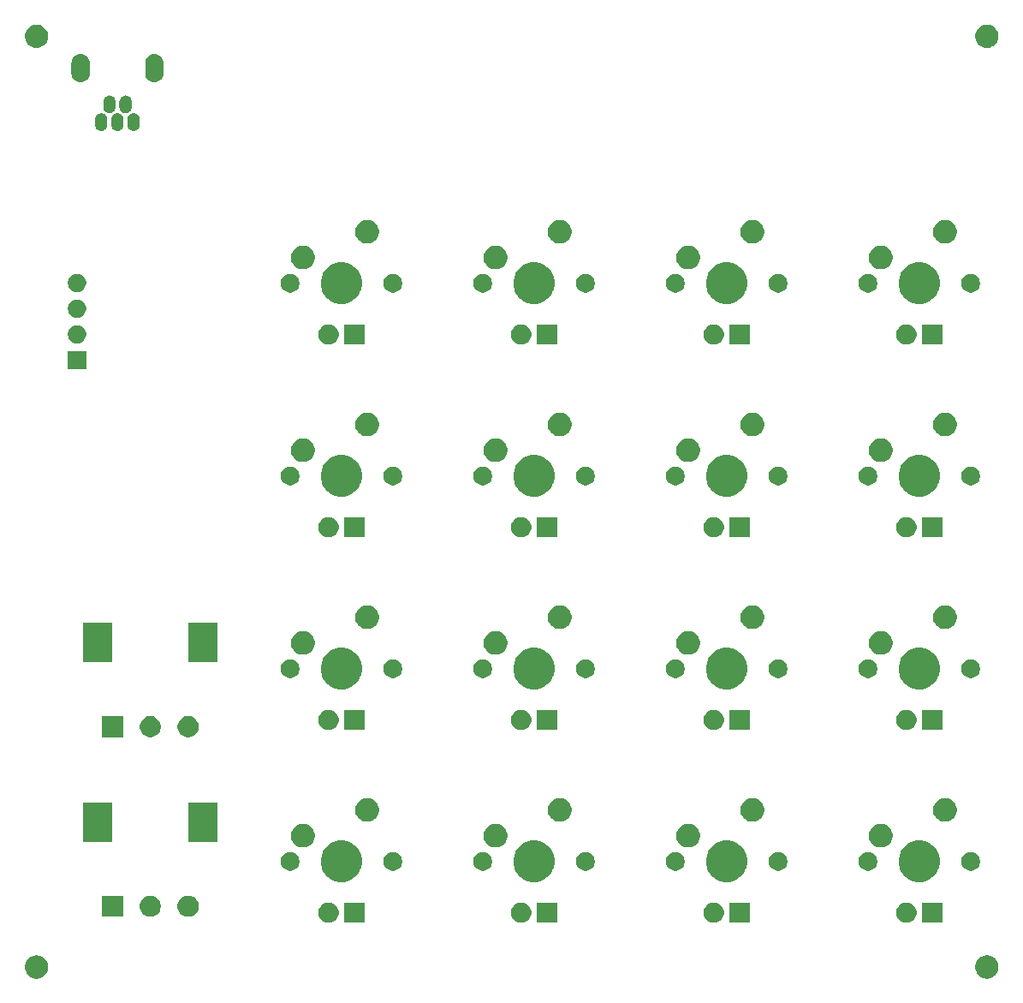
<source format=gbr>
G04 #@! TF.GenerationSoftware,KiCad,Pcbnew,5.1.5-52549c5~86~ubuntu18.04.1*
G04 #@! TF.CreationDate,2020-04-23T16:02:32+01:00*
G04 #@! TF.ProjectId,icepad,69636570-6164-42e6-9b69-6361645f7063,rev?*
G04 #@! TF.SameCoordinates,Original*
G04 #@! TF.FileFunction,Soldermask,Bot*
G04 #@! TF.FilePolarity,Negative*
%FSLAX46Y46*%
G04 Gerber Fmt 4.6, Leading zero omitted, Abs format (unit mm)*
G04 Created by KiCad (PCBNEW 5.1.5-52549c5~86~ubuntu18.04.1) date 2020-04-23 16:02:32*
%MOMM*%
%LPD*%
G04 APERTURE LIST*
%ADD10C,0.100000*%
G04 APERTURE END LIST*
D10*
G36*
X177224549Y-141871116D02*
G01*
X177335734Y-141893232D01*
X177545203Y-141979997D01*
X177733720Y-142105960D01*
X177894040Y-142266280D01*
X178020003Y-142454797D01*
X178106768Y-142664266D01*
X178151000Y-142886636D01*
X178151000Y-143113364D01*
X178106768Y-143335734D01*
X178020003Y-143545203D01*
X177894040Y-143733720D01*
X177733720Y-143894040D01*
X177545203Y-144020003D01*
X177335734Y-144106768D01*
X177224549Y-144128884D01*
X177113365Y-144151000D01*
X176886635Y-144151000D01*
X176775451Y-144128884D01*
X176664266Y-144106768D01*
X176454797Y-144020003D01*
X176266280Y-143894040D01*
X176105960Y-143733720D01*
X175979997Y-143545203D01*
X175893232Y-143335734D01*
X175849000Y-143113364D01*
X175849000Y-142886636D01*
X175893232Y-142664266D01*
X175979997Y-142454797D01*
X176105960Y-142266280D01*
X176266280Y-142105960D01*
X176454797Y-141979997D01*
X176664266Y-141893232D01*
X176775451Y-141871116D01*
X176886635Y-141849000D01*
X177113365Y-141849000D01*
X177224549Y-141871116D01*
G37*
G36*
X83224549Y-141871116D02*
G01*
X83335734Y-141893232D01*
X83545203Y-141979997D01*
X83733720Y-142105960D01*
X83894040Y-142266280D01*
X84020003Y-142454797D01*
X84106768Y-142664266D01*
X84151000Y-142886636D01*
X84151000Y-143113364D01*
X84106768Y-143335734D01*
X84020003Y-143545203D01*
X83894040Y-143733720D01*
X83733720Y-143894040D01*
X83545203Y-144020003D01*
X83335734Y-144106768D01*
X83224549Y-144128884D01*
X83113365Y-144151000D01*
X82886635Y-144151000D01*
X82775451Y-144128884D01*
X82664266Y-144106768D01*
X82454797Y-144020003D01*
X82266280Y-143894040D01*
X82105960Y-143733720D01*
X81979997Y-143545203D01*
X81893232Y-143335734D01*
X81849000Y-143113364D01*
X81849000Y-142886636D01*
X81893232Y-142664266D01*
X81979997Y-142454797D01*
X82105960Y-142266280D01*
X82266280Y-142105960D01*
X82454797Y-141979997D01*
X82664266Y-141893232D01*
X82775451Y-141871116D01*
X82886635Y-141849000D01*
X83113365Y-141849000D01*
X83224549Y-141871116D01*
G37*
G36*
X169163425Y-136638238D02*
G01*
X169329710Y-136671313D01*
X169512336Y-136746959D01*
X169676694Y-136856780D01*
X169816470Y-136996556D01*
X169926291Y-137160914D01*
X170001937Y-137343540D01*
X170040500Y-137537414D01*
X170040500Y-137735086D01*
X170001937Y-137928960D01*
X169926291Y-138111586D01*
X169816470Y-138275944D01*
X169676694Y-138415720D01*
X169512336Y-138525541D01*
X169329710Y-138601187D01*
X169163425Y-138634262D01*
X169135837Y-138639750D01*
X168938163Y-138639750D01*
X168910575Y-138634262D01*
X168744290Y-138601187D01*
X168561664Y-138525541D01*
X168397306Y-138415720D01*
X168257530Y-138275944D01*
X168147709Y-138111586D01*
X168072063Y-137928960D01*
X168033500Y-137735086D01*
X168033500Y-137537414D01*
X168072063Y-137343540D01*
X168147709Y-137160914D01*
X168257530Y-136996556D01*
X168397306Y-136856780D01*
X168561664Y-136746959D01*
X168744290Y-136671313D01*
X168910575Y-136638238D01*
X168938163Y-136632750D01*
X169135837Y-136632750D01*
X169163425Y-136638238D01*
G37*
G36*
X112013425Y-136638238D02*
G01*
X112179710Y-136671313D01*
X112362336Y-136746959D01*
X112526694Y-136856780D01*
X112666470Y-136996556D01*
X112776291Y-137160914D01*
X112851937Y-137343540D01*
X112890500Y-137537414D01*
X112890500Y-137735086D01*
X112851937Y-137928960D01*
X112776291Y-138111586D01*
X112666470Y-138275944D01*
X112526694Y-138415720D01*
X112362336Y-138525541D01*
X112179710Y-138601187D01*
X112013425Y-138634262D01*
X111985837Y-138639750D01*
X111788163Y-138639750D01*
X111760575Y-138634262D01*
X111594290Y-138601187D01*
X111411664Y-138525541D01*
X111247306Y-138415720D01*
X111107530Y-138275944D01*
X110997709Y-138111586D01*
X110922063Y-137928960D01*
X110883500Y-137735086D01*
X110883500Y-137537414D01*
X110922063Y-137343540D01*
X110997709Y-137160914D01*
X111107530Y-136996556D01*
X111247306Y-136856780D01*
X111411664Y-136746959D01*
X111594290Y-136671313D01*
X111760575Y-136638238D01*
X111788163Y-136632750D01*
X111985837Y-136632750D01*
X112013425Y-136638238D01*
G37*
G36*
X115430500Y-138639750D02*
G01*
X113423500Y-138639750D01*
X113423500Y-136632750D01*
X115430500Y-136632750D01*
X115430500Y-138639750D01*
G37*
G36*
X172580500Y-138639750D02*
G01*
X170573500Y-138639750D01*
X170573500Y-136632750D01*
X172580500Y-136632750D01*
X172580500Y-138639750D01*
G37*
G36*
X153530500Y-138639750D02*
G01*
X151523500Y-138639750D01*
X151523500Y-136632750D01*
X153530500Y-136632750D01*
X153530500Y-138639750D01*
G37*
G36*
X134480500Y-138639750D02*
G01*
X132473500Y-138639750D01*
X132473500Y-136632750D01*
X134480500Y-136632750D01*
X134480500Y-138639750D01*
G37*
G36*
X131063425Y-136638238D02*
G01*
X131229710Y-136671313D01*
X131412336Y-136746959D01*
X131576694Y-136856780D01*
X131716470Y-136996556D01*
X131826291Y-137160914D01*
X131901937Y-137343540D01*
X131940500Y-137537414D01*
X131940500Y-137735086D01*
X131901937Y-137928960D01*
X131826291Y-138111586D01*
X131716470Y-138275944D01*
X131576694Y-138415720D01*
X131412336Y-138525541D01*
X131229710Y-138601187D01*
X131063425Y-138634262D01*
X131035837Y-138639750D01*
X130838163Y-138639750D01*
X130810575Y-138634262D01*
X130644290Y-138601187D01*
X130461664Y-138525541D01*
X130297306Y-138415720D01*
X130157530Y-138275944D01*
X130047709Y-138111586D01*
X129972063Y-137928960D01*
X129933500Y-137735086D01*
X129933500Y-137537414D01*
X129972063Y-137343540D01*
X130047709Y-137160914D01*
X130157530Y-136996556D01*
X130297306Y-136856780D01*
X130461664Y-136746959D01*
X130644290Y-136671313D01*
X130810575Y-136638238D01*
X130838163Y-136632750D01*
X131035837Y-136632750D01*
X131063425Y-136638238D01*
G37*
G36*
X150113425Y-136638238D02*
G01*
X150279710Y-136671313D01*
X150462336Y-136746959D01*
X150626694Y-136856780D01*
X150766470Y-136996556D01*
X150876291Y-137160914D01*
X150951937Y-137343540D01*
X150990500Y-137537414D01*
X150990500Y-137735086D01*
X150951937Y-137928960D01*
X150876291Y-138111586D01*
X150766470Y-138275944D01*
X150626694Y-138415720D01*
X150462336Y-138525541D01*
X150279710Y-138601187D01*
X150113425Y-138634262D01*
X150085837Y-138639750D01*
X149888163Y-138639750D01*
X149860575Y-138634262D01*
X149694290Y-138601187D01*
X149511664Y-138525541D01*
X149347306Y-138415720D01*
X149207530Y-138275944D01*
X149097709Y-138111586D01*
X149022063Y-137928960D01*
X148983500Y-137735086D01*
X148983500Y-137537414D01*
X149022063Y-137343540D01*
X149097709Y-137160914D01*
X149207530Y-136996556D01*
X149347306Y-136856780D01*
X149511664Y-136746959D01*
X149694290Y-136671313D01*
X149860575Y-136638238D01*
X149888163Y-136632750D01*
X150085837Y-136632750D01*
X150113425Y-136638238D01*
G37*
G36*
X91551000Y-138051000D02*
G01*
X89449000Y-138051000D01*
X89449000Y-135949000D01*
X91551000Y-135949000D01*
X91551000Y-138051000D01*
G37*
G36*
X94556564Y-135989389D02*
G01*
X94747833Y-136068615D01*
X94747835Y-136068616D01*
X94919973Y-136183635D01*
X95066365Y-136330027D01*
X95181385Y-136502167D01*
X95260611Y-136693436D01*
X95301000Y-136896484D01*
X95301000Y-137103516D01*
X95260611Y-137306564D01*
X95181385Y-137497833D01*
X95181384Y-137497835D01*
X95066365Y-137669973D01*
X94919973Y-137816365D01*
X94747835Y-137931384D01*
X94747834Y-137931385D01*
X94747833Y-137931385D01*
X94556564Y-138010611D01*
X94353516Y-138051000D01*
X94146484Y-138051000D01*
X93943436Y-138010611D01*
X93752167Y-137931385D01*
X93752166Y-137931385D01*
X93752165Y-137931384D01*
X93580027Y-137816365D01*
X93433635Y-137669973D01*
X93318616Y-137497835D01*
X93318615Y-137497833D01*
X93239389Y-137306564D01*
X93199000Y-137103516D01*
X93199000Y-136896484D01*
X93239389Y-136693436D01*
X93318615Y-136502167D01*
X93433635Y-136330027D01*
X93580027Y-136183635D01*
X93752165Y-136068616D01*
X93752167Y-136068615D01*
X93943436Y-135989389D01*
X94146484Y-135949000D01*
X94353516Y-135949000D01*
X94556564Y-135989389D01*
G37*
G36*
X98306564Y-135989389D02*
G01*
X98497833Y-136068615D01*
X98497835Y-136068616D01*
X98669973Y-136183635D01*
X98816365Y-136330027D01*
X98931385Y-136502167D01*
X99010611Y-136693436D01*
X99051000Y-136896484D01*
X99051000Y-137103516D01*
X99010611Y-137306564D01*
X98931385Y-137497833D01*
X98931384Y-137497835D01*
X98816365Y-137669973D01*
X98669973Y-137816365D01*
X98497835Y-137931384D01*
X98497834Y-137931385D01*
X98497833Y-137931385D01*
X98306564Y-138010611D01*
X98103516Y-138051000D01*
X97896484Y-138051000D01*
X97693436Y-138010611D01*
X97502167Y-137931385D01*
X97502166Y-137931385D01*
X97502165Y-137931384D01*
X97330027Y-137816365D01*
X97183635Y-137669973D01*
X97068616Y-137497835D01*
X97068615Y-137497833D01*
X96989389Y-137306564D01*
X96949000Y-137103516D01*
X96949000Y-136896484D01*
X96989389Y-136693436D01*
X97068615Y-136502167D01*
X97183635Y-136330027D01*
X97330027Y-136183635D01*
X97502165Y-136068616D01*
X97502167Y-136068615D01*
X97693436Y-135989389D01*
X97896484Y-135949000D01*
X98103516Y-135949000D01*
X98306564Y-135989389D01*
G37*
G36*
X113753474Y-130589934D02*
G01*
X113971474Y-130680233D01*
X114125623Y-130744083D01*
X114460548Y-130967873D01*
X114745377Y-131252702D01*
X114969167Y-131587627D01*
X115001562Y-131665836D01*
X115123316Y-131959776D01*
X115201900Y-132354844D01*
X115201900Y-132757656D01*
X115123316Y-133152724D01*
X115072451Y-133275522D01*
X114969167Y-133524873D01*
X114745377Y-133859798D01*
X114460548Y-134144627D01*
X114125623Y-134368417D01*
X113971474Y-134432267D01*
X113753474Y-134522566D01*
X113358406Y-134601150D01*
X112955594Y-134601150D01*
X112560526Y-134522566D01*
X112342526Y-134432267D01*
X112188377Y-134368417D01*
X111853452Y-134144627D01*
X111568623Y-133859798D01*
X111344833Y-133524873D01*
X111241549Y-133275522D01*
X111190684Y-133152724D01*
X111112100Y-132757656D01*
X111112100Y-132354844D01*
X111190684Y-131959776D01*
X111312438Y-131665836D01*
X111344833Y-131587627D01*
X111568623Y-131252702D01*
X111853452Y-130967873D01*
X112188377Y-130744083D01*
X112342526Y-130680233D01*
X112560526Y-130589934D01*
X112955594Y-130511350D01*
X113358406Y-130511350D01*
X113753474Y-130589934D01*
G37*
G36*
X170903474Y-130589934D02*
G01*
X171121474Y-130680233D01*
X171275623Y-130744083D01*
X171610548Y-130967873D01*
X171895377Y-131252702D01*
X172119167Y-131587627D01*
X172151562Y-131665836D01*
X172273316Y-131959776D01*
X172351900Y-132354844D01*
X172351900Y-132757656D01*
X172273316Y-133152724D01*
X172222451Y-133275522D01*
X172119167Y-133524873D01*
X171895377Y-133859798D01*
X171610548Y-134144627D01*
X171275623Y-134368417D01*
X171121474Y-134432267D01*
X170903474Y-134522566D01*
X170508406Y-134601150D01*
X170105594Y-134601150D01*
X169710526Y-134522566D01*
X169492526Y-134432267D01*
X169338377Y-134368417D01*
X169003452Y-134144627D01*
X168718623Y-133859798D01*
X168494833Y-133524873D01*
X168391549Y-133275522D01*
X168340684Y-133152724D01*
X168262100Y-132757656D01*
X168262100Y-132354844D01*
X168340684Y-131959776D01*
X168462438Y-131665836D01*
X168494833Y-131587627D01*
X168718623Y-131252702D01*
X169003452Y-130967873D01*
X169338377Y-130744083D01*
X169492526Y-130680233D01*
X169710526Y-130589934D01*
X170105594Y-130511350D01*
X170508406Y-130511350D01*
X170903474Y-130589934D01*
G37*
G36*
X151853474Y-130589934D02*
G01*
X152071474Y-130680233D01*
X152225623Y-130744083D01*
X152560548Y-130967873D01*
X152845377Y-131252702D01*
X153069167Y-131587627D01*
X153101562Y-131665836D01*
X153223316Y-131959776D01*
X153301900Y-132354844D01*
X153301900Y-132757656D01*
X153223316Y-133152724D01*
X153172451Y-133275522D01*
X153069167Y-133524873D01*
X152845377Y-133859798D01*
X152560548Y-134144627D01*
X152225623Y-134368417D01*
X152071474Y-134432267D01*
X151853474Y-134522566D01*
X151458406Y-134601150D01*
X151055594Y-134601150D01*
X150660526Y-134522566D01*
X150442526Y-134432267D01*
X150288377Y-134368417D01*
X149953452Y-134144627D01*
X149668623Y-133859798D01*
X149444833Y-133524873D01*
X149341549Y-133275522D01*
X149290684Y-133152724D01*
X149212100Y-132757656D01*
X149212100Y-132354844D01*
X149290684Y-131959776D01*
X149412438Y-131665836D01*
X149444833Y-131587627D01*
X149668623Y-131252702D01*
X149953452Y-130967873D01*
X150288377Y-130744083D01*
X150442526Y-130680233D01*
X150660526Y-130589934D01*
X151055594Y-130511350D01*
X151458406Y-130511350D01*
X151853474Y-130589934D01*
G37*
G36*
X132803474Y-130589934D02*
G01*
X133021474Y-130680233D01*
X133175623Y-130744083D01*
X133510548Y-130967873D01*
X133795377Y-131252702D01*
X134019167Y-131587627D01*
X134051562Y-131665836D01*
X134173316Y-131959776D01*
X134251900Y-132354844D01*
X134251900Y-132757656D01*
X134173316Y-133152724D01*
X134122451Y-133275522D01*
X134019167Y-133524873D01*
X133795377Y-133859798D01*
X133510548Y-134144627D01*
X133175623Y-134368417D01*
X133021474Y-134432267D01*
X132803474Y-134522566D01*
X132408406Y-134601150D01*
X132005594Y-134601150D01*
X131610526Y-134522566D01*
X131392526Y-134432267D01*
X131238377Y-134368417D01*
X130903452Y-134144627D01*
X130618623Y-133859798D01*
X130394833Y-133524873D01*
X130291549Y-133275522D01*
X130240684Y-133152724D01*
X130162100Y-132757656D01*
X130162100Y-132354844D01*
X130240684Y-131959776D01*
X130362438Y-131665836D01*
X130394833Y-131587627D01*
X130618623Y-131252702D01*
X130903452Y-130967873D01*
X131238377Y-130744083D01*
X131392526Y-130680233D01*
X131610526Y-130589934D01*
X132005594Y-130511350D01*
X132408406Y-130511350D01*
X132803474Y-130589934D01*
G37*
G36*
X146447104Y-131665835D02*
G01*
X146615626Y-131735639D01*
X146767291Y-131836978D01*
X146896272Y-131965959D01*
X146997611Y-132117624D01*
X147067415Y-132286146D01*
X147103000Y-132465047D01*
X147103000Y-132647453D01*
X147067415Y-132826354D01*
X146997611Y-132994876D01*
X146896272Y-133146541D01*
X146767291Y-133275522D01*
X146615626Y-133376861D01*
X146447104Y-133446665D01*
X146268203Y-133482250D01*
X146085797Y-133482250D01*
X145906896Y-133446665D01*
X145738374Y-133376861D01*
X145586709Y-133275522D01*
X145457728Y-133146541D01*
X145356389Y-132994876D01*
X145286585Y-132826354D01*
X145251000Y-132647453D01*
X145251000Y-132465047D01*
X145286585Y-132286146D01*
X145356389Y-132117624D01*
X145457728Y-131965959D01*
X145586709Y-131836978D01*
X145738374Y-131735639D01*
X145906896Y-131665835D01*
X146085797Y-131630250D01*
X146268203Y-131630250D01*
X146447104Y-131665835D01*
G37*
G36*
X175657104Y-131665835D02*
G01*
X175825626Y-131735639D01*
X175977291Y-131836978D01*
X176106272Y-131965959D01*
X176207611Y-132117624D01*
X176277415Y-132286146D01*
X176313000Y-132465047D01*
X176313000Y-132647453D01*
X176277415Y-132826354D01*
X176207611Y-132994876D01*
X176106272Y-133146541D01*
X175977291Y-133275522D01*
X175825626Y-133376861D01*
X175657104Y-133446665D01*
X175478203Y-133482250D01*
X175295797Y-133482250D01*
X175116896Y-133446665D01*
X174948374Y-133376861D01*
X174796709Y-133275522D01*
X174667728Y-133146541D01*
X174566389Y-132994876D01*
X174496585Y-132826354D01*
X174461000Y-132647453D01*
X174461000Y-132465047D01*
X174496585Y-132286146D01*
X174566389Y-132117624D01*
X174667728Y-131965959D01*
X174796709Y-131836978D01*
X174948374Y-131735639D01*
X175116896Y-131665835D01*
X175295797Y-131630250D01*
X175478203Y-131630250D01*
X175657104Y-131665835D01*
G37*
G36*
X165497104Y-131665835D02*
G01*
X165665626Y-131735639D01*
X165817291Y-131836978D01*
X165946272Y-131965959D01*
X166047611Y-132117624D01*
X166117415Y-132286146D01*
X166153000Y-132465047D01*
X166153000Y-132647453D01*
X166117415Y-132826354D01*
X166047611Y-132994876D01*
X165946272Y-133146541D01*
X165817291Y-133275522D01*
X165665626Y-133376861D01*
X165497104Y-133446665D01*
X165318203Y-133482250D01*
X165135797Y-133482250D01*
X164956896Y-133446665D01*
X164788374Y-133376861D01*
X164636709Y-133275522D01*
X164507728Y-133146541D01*
X164406389Y-132994876D01*
X164336585Y-132826354D01*
X164301000Y-132647453D01*
X164301000Y-132465047D01*
X164336585Y-132286146D01*
X164406389Y-132117624D01*
X164507728Y-131965959D01*
X164636709Y-131836978D01*
X164788374Y-131735639D01*
X164956896Y-131665835D01*
X165135797Y-131630250D01*
X165318203Y-131630250D01*
X165497104Y-131665835D01*
G37*
G36*
X156607104Y-131665835D02*
G01*
X156775626Y-131735639D01*
X156927291Y-131836978D01*
X157056272Y-131965959D01*
X157157611Y-132117624D01*
X157227415Y-132286146D01*
X157263000Y-132465047D01*
X157263000Y-132647453D01*
X157227415Y-132826354D01*
X157157611Y-132994876D01*
X157056272Y-133146541D01*
X156927291Y-133275522D01*
X156775626Y-133376861D01*
X156607104Y-133446665D01*
X156428203Y-133482250D01*
X156245797Y-133482250D01*
X156066896Y-133446665D01*
X155898374Y-133376861D01*
X155746709Y-133275522D01*
X155617728Y-133146541D01*
X155516389Y-132994876D01*
X155446585Y-132826354D01*
X155411000Y-132647453D01*
X155411000Y-132465047D01*
X155446585Y-132286146D01*
X155516389Y-132117624D01*
X155617728Y-131965959D01*
X155746709Y-131836978D01*
X155898374Y-131735639D01*
X156066896Y-131665835D01*
X156245797Y-131630250D01*
X156428203Y-131630250D01*
X156607104Y-131665835D01*
G37*
G36*
X118507104Y-131665835D02*
G01*
X118675626Y-131735639D01*
X118827291Y-131836978D01*
X118956272Y-131965959D01*
X119057611Y-132117624D01*
X119127415Y-132286146D01*
X119163000Y-132465047D01*
X119163000Y-132647453D01*
X119127415Y-132826354D01*
X119057611Y-132994876D01*
X118956272Y-133146541D01*
X118827291Y-133275522D01*
X118675626Y-133376861D01*
X118507104Y-133446665D01*
X118328203Y-133482250D01*
X118145797Y-133482250D01*
X117966896Y-133446665D01*
X117798374Y-133376861D01*
X117646709Y-133275522D01*
X117517728Y-133146541D01*
X117416389Y-132994876D01*
X117346585Y-132826354D01*
X117311000Y-132647453D01*
X117311000Y-132465047D01*
X117346585Y-132286146D01*
X117416389Y-132117624D01*
X117517728Y-131965959D01*
X117646709Y-131836978D01*
X117798374Y-131735639D01*
X117966896Y-131665835D01*
X118145797Y-131630250D01*
X118328203Y-131630250D01*
X118507104Y-131665835D01*
G37*
G36*
X108347104Y-131665835D02*
G01*
X108515626Y-131735639D01*
X108667291Y-131836978D01*
X108796272Y-131965959D01*
X108897611Y-132117624D01*
X108967415Y-132286146D01*
X109003000Y-132465047D01*
X109003000Y-132647453D01*
X108967415Y-132826354D01*
X108897611Y-132994876D01*
X108796272Y-133146541D01*
X108667291Y-133275522D01*
X108515626Y-133376861D01*
X108347104Y-133446665D01*
X108168203Y-133482250D01*
X107985797Y-133482250D01*
X107806896Y-133446665D01*
X107638374Y-133376861D01*
X107486709Y-133275522D01*
X107357728Y-133146541D01*
X107256389Y-132994876D01*
X107186585Y-132826354D01*
X107151000Y-132647453D01*
X107151000Y-132465047D01*
X107186585Y-132286146D01*
X107256389Y-132117624D01*
X107357728Y-131965959D01*
X107486709Y-131836978D01*
X107638374Y-131735639D01*
X107806896Y-131665835D01*
X107985797Y-131630250D01*
X108168203Y-131630250D01*
X108347104Y-131665835D01*
G37*
G36*
X137557104Y-131665835D02*
G01*
X137725626Y-131735639D01*
X137877291Y-131836978D01*
X138006272Y-131965959D01*
X138107611Y-132117624D01*
X138177415Y-132286146D01*
X138213000Y-132465047D01*
X138213000Y-132647453D01*
X138177415Y-132826354D01*
X138107611Y-132994876D01*
X138006272Y-133146541D01*
X137877291Y-133275522D01*
X137725626Y-133376861D01*
X137557104Y-133446665D01*
X137378203Y-133482250D01*
X137195797Y-133482250D01*
X137016896Y-133446665D01*
X136848374Y-133376861D01*
X136696709Y-133275522D01*
X136567728Y-133146541D01*
X136466389Y-132994876D01*
X136396585Y-132826354D01*
X136361000Y-132647453D01*
X136361000Y-132465047D01*
X136396585Y-132286146D01*
X136466389Y-132117624D01*
X136567728Y-131965959D01*
X136696709Y-131836978D01*
X136848374Y-131735639D01*
X137016896Y-131665835D01*
X137195797Y-131630250D01*
X137378203Y-131630250D01*
X137557104Y-131665835D01*
G37*
G36*
X127397104Y-131665835D02*
G01*
X127565626Y-131735639D01*
X127717291Y-131836978D01*
X127846272Y-131965959D01*
X127947611Y-132117624D01*
X128017415Y-132286146D01*
X128053000Y-132465047D01*
X128053000Y-132647453D01*
X128017415Y-132826354D01*
X127947611Y-132994876D01*
X127846272Y-133146541D01*
X127717291Y-133275522D01*
X127565626Y-133376861D01*
X127397104Y-133446665D01*
X127218203Y-133482250D01*
X127035797Y-133482250D01*
X126856896Y-133446665D01*
X126688374Y-133376861D01*
X126536709Y-133275522D01*
X126407728Y-133146541D01*
X126306389Y-132994876D01*
X126236585Y-132826354D01*
X126201000Y-132647453D01*
X126201000Y-132465047D01*
X126236585Y-132286146D01*
X126306389Y-132117624D01*
X126407728Y-131965959D01*
X126536709Y-131836978D01*
X126688374Y-131735639D01*
X126856896Y-131665835D01*
X127035797Y-131630250D01*
X127218203Y-131630250D01*
X127397104Y-131665835D01*
G37*
G36*
X147638560Y-128855314D02*
G01*
X147790027Y-128885443D01*
X148004045Y-128974092D01*
X148004046Y-128974093D01*
X148196654Y-129102789D01*
X148360461Y-129266596D01*
X148446258Y-129395001D01*
X148489158Y-129459205D01*
X148577807Y-129673223D01*
X148623000Y-129900424D01*
X148623000Y-130132076D01*
X148577807Y-130359277D01*
X148489158Y-130573295D01*
X148446258Y-130637499D01*
X148360461Y-130765904D01*
X148196654Y-130929711D01*
X148139540Y-130967873D01*
X148004045Y-131058408D01*
X147790027Y-131147057D01*
X147638560Y-131177186D01*
X147562827Y-131192250D01*
X147331173Y-131192250D01*
X147255440Y-131177186D01*
X147103973Y-131147057D01*
X146889955Y-131058408D01*
X146754460Y-130967873D01*
X146697346Y-130929711D01*
X146533539Y-130765904D01*
X146447742Y-130637499D01*
X146404842Y-130573295D01*
X146316193Y-130359277D01*
X146271000Y-130132076D01*
X146271000Y-129900424D01*
X146316193Y-129673223D01*
X146404842Y-129459205D01*
X146447742Y-129395001D01*
X146533539Y-129266596D01*
X146697346Y-129102789D01*
X146889954Y-128974093D01*
X146889955Y-128974092D01*
X147103973Y-128885443D01*
X147255440Y-128855314D01*
X147331173Y-128840250D01*
X147562827Y-128840250D01*
X147638560Y-128855314D01*
G37*
G36*
X109538560Y-128855314D02*
G01*
X109690027Y-128885443D01*
X109904045Y-128974092D01*
X109904046Y-128974093D01*
X110096654Y-129102789D01*
X110260461Y-129266596D01*
X110346258Y-129395001D01*
X110389158Y-129459205D01*
X110477807Y-129673223D01*
X110523000Y-129900424D01*
X110523000Y-130132076D01*
X110477807Y-130359277D01*
X110389158Y-130573295D01*
X110346258Y-130637499D01*
X110260461Y-130765904D01*
X110096654Y-130929711D01*
X110039540Y-130967873D01*
X109904045Y-131058408D01*
X109690027Y-131147057D01*
X109538560Y-131177186D01*
X109462827Y-131192250D01*
X109231173Y-131192250D01*
X109155440Y-131177186D01*
X109003973Y-131147057D01*
X108789955Y-131058408D01*
X108654460Y-130967873D01*
X108597346Y-130929711D01*
X108433539Y-130765904D01*
X108347742Y-130637499D01*
X108304842Y-130573295D01*
X108216193Y-130359277D01*
X108171000Y-130132076D01*
X108171000Y-129900424D01*
X108216193Y-129673223D01*
X108304842Y-129459205D01*
X108347742Y-129395001D01*
X108433539Y-129266596D01*
X108597346Y-129102789D01*
X108789954Y-128974093D01*
X108789955Y-128974092D01*
X109003973Y-128885443D01*
X109155440Y-128855314D01*
X109231173Y-128840250D01*
X109462827Y-128840250D01*
X109538560Y-128855314D01*
G37*
G36*
X128588560Y-128855314D02*
G01*
X128740027Y-128885443D01*
X128954045Y-128974092D01*
X128954046Y-128974093D01*
X129146654Y-129102789D01*
X129310461Y-129266596D01*
X129396258Y-129395001D01*
X129439158Y-129459205D01*
X129527807Y-129673223D01*
X129573000Y-129900424D01*
X129573000Y-130132076D01*
X129527807Y-130359277D01*
X129439158Y-130573295D01*
X129396258Y-130637499D01*
X129310461Y-130765904D01*
X129146654Y-130929711D01*
X129089540Y-130967873D01*
X128954045Y-131058408D01*
X128740027Y-131147057D01*
X128588560Y-131177186D01*
X128512827Y-131192250D01*
X128281173Y-131192250D01*
X128205440Y-131177186D01*
X128053973Y-131147057D01*
X127839955Y-131058408D01*
X127704460Y-130967873D01*
X127647346Y-130929711D01*
X127483539Y-130765904D01*
X127397742Y-130637499D01*
X127354842Y-130573295D01*
X127266193Y-130359277D01*
X127221000Y-130132076D01*
X127221000Y-129900424D01*
X127266193Y-129673223D01*
X127354842Y-129459205D01*
X127397742Y-129395001D01*
X127483539Y-129266596D01*
X127647346Y-129102789D01*
X127839954Y-128974093D01*
X127839955Y-128974092D01*
X128053973Y-128885443D01*
X128205440Y-128855314D01*
X128281173Y-128840250D01*
X128512827Y-128840250D01*
X128588560Y-128855314D01*
G37*
G36*
X166688560Y-128855314D02*
G01*
X166840027Y-128885443D01*
X167054045Y-128974092D01*
X167054046Y-128974093D01*
X167246654Y-129102789D01*
X167410461Y-129266596D01*
X167496258Y-129395001D01*
X167539158Y-129459205D01*
X167627807Y-129673223D01*
X167673000Y-129900424D01*
X167673000Y-130132076D01*
X167627807Y-130359277D01*
X167539158Y-130573295D01*
X167496258Y-130637499D01*
X167410461Y-130765904D01*
X167246654Y-130929711D01*
X167189540Y-130967873D01*
X167054045Y-131058408D01*
X166840027Y-131147057D01*
X166688560Y-131177186D01*
X166612827Y-131192250D01*
X166381173Y-131192250D01*
X166305440Y-131177186D01*
X166153973Y-131147057D01*
X165939955Y-131058408D01*
X165804460Y-130967873D01*
X165747346Y-130929711D01*
X165583539Y-130765904D01*
X165497742Y-130637499D01*
X165454842Y-130573295D01*
X165366193Y-130359277D01*
X165321000Y-130132076D01*
X165321000Y-129900424D01*
X165366193Y-129673223D01*
X165454842Y-129459205D01*
X165497742Y-129395001D01*
X165583539Y-129266596D01*
X165747346Y-129102789D01*
X165939954Y-128974093D01*
X165939955Y-128974092D01*
X166153973Y-128885443D01*
X166305440Y-128855314D01*
X166381173Y-128840250D01*
X166612827Y-128840250D01*
X166688560Y-128855314D01*
G37*
G36*
X100901000Y-130626000D02*
G01*
X97999000Y-130626000D01*
X97999000Y-126724000D01*
X100901000Y-126724000D01*
X100901000Y-130626000D01*
G37*
G36*
X90501000Y-130626000D02*
G01*
X87599000Y-130626000D01*
X87599000Y-126724000D01*
X90501000Y-126724000D01*
X90501000Y-130626000D01*
G37*
G36*
X153988560Y-126315314D02*
G01*
X154140027Y-126345443D01*
X154354045Y-126434092D01*
X154354046Y-126434093D01*
X154546654Y-126562789D01*
X154710461Y-126726596D01*
X154796258Y-126855001D01*
X154839158Y-126919205D01*
X154927807Y-127133223D01*
X154973000Y-127360424D01*
X154973000Y-127592076D01*
X154927807Y-127819277D01*
X154839158Y-128033295D01*
X154839157Y-128033296D01*
X154710461Y-128225904D01*
X154546654Y-128389711D01*
X154418249Y-128475508D01*
X154354045Y-128518408D01*
X154140027Y-128607057D01*
X153988560Y-128637186D01*
X153912827Y-128652250D01*
X153681173Y-128652250D01*
X153605440Y-128637186D01*
X153453973Y-128607057D01*
X153239955Y-128518408D01*
X153175751Y-128475508D01*
X153047346Y-128389711D01*
X152883539Y-128225904D01*
X152754843Y-128033296D01*
X152754842Y-128033295D01*
X152666193Y-127819277D01*
X152621000Y-127592076D01*
X152621000Y-127360424D01*
X152666193Y-127133223D01*
X152754842Y-126919205D01*
X152797742Y-126855001D01*
X152883539Y-126726596D01*
X153047346Y-126562789D01*
X153239954Y-126434093D01*
X153239955Y-126434092D01*
X153453973Y-126345443D01*
X153605440Y-126315314D01*
X153681173Y-126300250D01*
X153912827Y-126300250D01*
X153988560Y-126315314D01*
G37*
G36*
X173038560Y-126315314D02*
G01*
X173190027Y-126345443D01*
X173404045Y-126434092D01*
X173404046Y-126434093D01*
X173596654Y-126562789D01*
X173760461Y-126726596D01*
X173846258Y-126855001D01*
X173889158Y-126919205D01*
X173977807Y-127133223D01*
X174023000Y-127360424D01*
X174023000Y-127592076D01*
X173977807Y-127819277D01*
X173889158Y-128033295D01*
X173889157Y-128033296D01*
X173760461Y-128225904D01*
X173596654Y-128389711D01*
X173468249Y-128475508D01*
X173404045Y-128518408D01*
X173190027Y-128607057D01*
X173038560Y-128637186D01*
X172962827Y-128652250D01*
X172731173Y-128652250D01*
X172655440Y-128637186D01*
X172503973Y-128607057D01*
X172289955Y-128518408D01*
X172225751Y-128475508D01*
X172097346Y-128389711D01*
X171933539Y-128225904D01*
X171804843Y-128033296D01*
X171804842Y-128033295D01*
X171716193Y-127819277D01*
X171671000Y-127592076D01*
X171671000Y-127360424D01*
X171716193Y-127133223D01*
X171804842Y-126919205D01*
X171847742Y-126855001D01*
X171933539Y-126726596D01*
X172097346Y-126562789D01*
X172289954Y-126434093D01*
X172289955Y-126434092D01*
X172503973Y-126345443D01*
X172655440Y-126315314D01*
X172731173Y-126300250D01*
X172962827Y-126300250D01*
X173038560Y-126315314D01*
G37*
G36*
X115888560Y-126315314D02*
G01*
X116040027Y-126345443D01*
X116254045Y-126434092D01*
X116254046Y-126434093D01*
X116446654Y-126562789D01*
X116610461Y-126726596D01*
X116696258Y-126855001D01*
X116739158Y-126919205D01*
X116827807Y-127133223D01*
X116873000Y-127360424D01*
X116873000Y-127592076D01*
X116827807Y-127819277D01*
X116739158Y-128033295D01*
X116739157Y-128033296D01*
X116610461Y-128225904D01*
X116446654Y-128389711D01*
X116318249Y-128475508D01*
X116254045Y-128518408D01*
X116040027Y-128607057D01*
X115888560Y-128637186D01*
X115812827Y-128652250D01*
X115581173Y-128652250D01*
X115505440Y-128637186D01*
X115353973Y-128607057D01*
X115139955Y-128518408D01*
X115075751Y-128475508D01*
X114947346Y-128389711D01*
X114783539Y-128225904D01*
X114654843Y-128033296D01*
X114654842Y-128033295D01*
X114566193Y-127819277D01*
X114521000Y-127592076D01*
X114521000Y-127360424D01*
X114566193Y-127133223D01*
X114654842Y-126919205D01*
X114697742Y-126855001D01*
X114783539Y-126726596D01*
X114947346Y-126562789D01*
X115139954Y-126434093D01*
X115139955Y-126434092D01*
X115353973Y-126345443D01*
X115505440Y-126315314D01*
X115581173Y-126300250D01*
X115812827Y-126300250D01*
X115888560Y-126315314D01*
G37*
G36*
X134938560Y-126315314D02*
G01*
X135090027Y-126345443D01*
X135304045Y-126434092D01*
X135304046Y-126434093D01*
X135496654Y-126562789D01*
X135660461Y-126726596D01*
X135746258Y-126855001D01*
X135789158Y-126919205D01*
X135877807Y-127133223D01*
X135923000Y-127360424D01*
X135923000Y-127592076D01*
X135877807Y-127819277D01*
X135789158Y-128033295D01*
X135789157Y-128033296D01*
X135660461Y-128225904D01*
X135496654Y-128389711D01*
X135368249Y-128475508D01*
X135304045Y-128518408D01*
X135090027Y-128607057D01*
X134938560Y-128637186D01*
X134862827Y-128652250D01*
X134631173Y-128652250D01*
X134555440Y-128637186D01*
X134403973Y-128607057D01*
X134189955Y-128518408D01*
X134125751Y-128475508D01*
X133997346Y-128389711D01*
X133833539Y-128225904D01*
X133704843Y-128033296D01*
X133704842Y-128033295D01*
X133616193Y-127819277D01*
X133571000Y-127592076D01*
X133571000Y-127360424D01*
X133616193Y-127133223D01*
X133704842Y-126919205D01*
X133747742Y-126855001D01*
X133833539Y-126726596D01*
X133997346Y-126562789D01*
X134189954Y-126434093D01*
X134189955Y-126434092D01*
X134403973Y-126345443D01*
X134555440Y-126315314D01*
X134631173Y-126300250D01*
X134862827Y-126300250D01*
X134938560Y-126315314D01*
G37*
G36*
X91551000Y-120301000D02*
G01*
X89449000Y-120301000D01*
X89449000Y-118199000D01*
X91551000Y-118199000D01*
X91551000Y-120301000D01*
G37*
G36*
X98306564Y-118239389D02*
G01*
X98497833Y-118318615D01*
X98497835Y-118318616D01*
X98669973Y-118433635D01*
X98816365Y-118580027D01*
X98931385Y-118752167D01*
X99010611Y-118943436D01*
X99051000Y-119146484D01*
X99051000Y-119353516D01*
X99010611Y-119556564D01*
X98931385Y-119747833D01*
X98931384Y-119747835D01*
X98816365Y-119919973D01*
X98669973Y-120066365D01*
X98497835Y-120181384D01*
X98497834Y-120181385D01*
X98497833Y-120181385D01*
X98306564Y-120260611D01*
X98103516Y-120301000D01*
X97896484Y-120301000D01*
X97693436Y-120260611D01*
X97502167Y-120181385D01*
X97502166Y-120181385D01*
X97502165Y-120181384D01*
X97330027Y-120066365D01*
X97183635Y-119919973D01*
X97068616Y-119747835D01*
X97068615Y-119747833D01*
X96989389Y-119556564D01*
X96949000Y-119353516D01*
X96949000Y-119146484D01*
X96989389Y-118943436D01*
X97068615Y-118752167D01*
X97183635Y-118580027D01*
X97330027Y-118433635D01*
X97502165Y-118318616D01*
X97502167Y-118318615D01*
X97693436Y-118239389D01*
X97896484Y-118199000D01*
X98103516Y-118199000D01*
X98306564Y-118239389D01*
G37*
G36*
X94556564Y-118239389D02*
G01*
X94747833Y-118318615D01*
X94747835Y-118318616D01*
X94919973Y-118433635D01*
X95066365Y-118580027D01*
X95181385Y-118752167D01*
X95260611Y-118943436D01*
X95301000Y-119146484D01*
X95301000Y-119353516D01*
X95260611Y-119556564D01*
X95181385Y-119747833D01*
X95181384Y-119747835D01*
X95066365Y-119919973D01*
X94919973Y-120066365D01*
X94747835Y-120181384D01*
X94747834Y-120181385D01*
X94747833Y-120181385D01*
X94556564Y-120260611D01*
X94353516Y-120301000D01*
X94146484Y-120301000D01*
X93943436Y-120260611D01*
X93752167Y-120181385D01*
X93752166Y-120181385D01*
X93752165Y-120181384D01*
X93580027Y-120066365D01*
X93433635Y-119919973D01*
X93318616Y-119747835D01*
X93318615Y-119747833D01*
X93239389Y-119556564D01*
X93199000Y-119353516D01*
X93199000Y-119146484D01*
X93239389Y-118943436D01*
X93318615Y-118752167D01*
X93433635Y-118580027D01*
X93580027Y-118433635D01*
X93752165Y-118318616D01*
X93752167Y-118318615D01*
X93943436Y-118239389D01*
X94146484Y-118199000D01*
X94353516Y-118199000D01*
X94556564Y-118239389D01*
G37*
G36*
X112013425Y-117588238D02*
G01*
X112179710Y-117621313D01*
X112362336Y-117696959D01*
X112526694Y-117806780D01*
X112666470Y-117946556D01*
X112776291Y-118110914D01*
X112851937Y-118293540D01*
X112890500Y-118487414D01*
X112890500Y-118685086D01*
X112851937Y-118878960D01*
X112776291Y-119061586D01*
X112666470Y-119225944D01*
X112526694Y-119365720D01*
X112362336Y-119475541D01*
X112179710Y-119551187D01*
X112013425Y-119584262D01*
X111985837Y-119589750D01*
X111788163Y-119589750D01*
X111760575Y-119584262D01*
X111594290Y-119551187D01*
X111411664Y-119475541D01*
X111247306Y-119365720D01*
X111107530Y-119225944D01*
X110997709Y-119061586D01*
X110922063Y-118878960D01*
X110883500Y-118685086D01*
X110883500Y-118487414D01*
X110922063Y-118293540D01*
X110997709Y-118110914D01*
X111107530Y-117946556D01*
X111247306Y-117806780D01*
X111411664Y-117696959D01*
X111594290Y-117621313D01*
X111760575Y-117588238D01*
X111788163Y-117582750D01*
X111985837Y-117582750D01*
X112013425Y-117588238D01*
G37*
G36*
X131063425Y-117588238D02*
G01*
X131229710Y-117621313D01*
X131412336Y-117696959D01*
X131576694Y-117806780D01*
X131716470Y-117946556D01*
X131826291Y-118110914D01*
X131901937Y-118293540D01*
X131940500Y-118487414D01*
X131940500Y-118685086D01*
X131901937Y-118878960D01*
X131826291Y-119061586D01*
X131716470Y-119225944D01*
X131576694Y-119365720D01*
X131412336Y-119475541D01*
X131229710Y-119551187D01*
X131063425Y-119584262D01*
X131035837Y-119589750D01*
X130838163Y-119589750D01*
X130810575Y-119584262D01*
X130644290Y-119551187D01*
X130461664Y-119475541D01*
X130297306Y-119365720D01*
X130157530Y-119225944D01*
X130047709Y-119061586D01*
X129972063Y-118878960D01*
X129933500Y-118685086D01*
X129933500Y-118487414D01*
X129972063Y-118293540D01*
X130047709Y-118110914D01*
X130157530Y-117946556D01*
X130297306Y-117806780D01*
X130461664Y-117696959D01*
X130644290Y-117621313D01*
X130810575Y-117588238D01*
X130838163Y-117582750D01*
X131035837Y-117582750D01*
X131063425Y-117588238D01*
G37*
G36*
X172580500Y-119589750D02*
G01*
X170573500Y-119589750D01*
X170573500Y-117582750D01*
X172580500Y-117582750D01*
X172580500Y-119589750D01*
G37*
G36*
X169163425Y-117588238D02*
G01*
X169329710Y-117621313D01*
X169512336Y-117696959D01*
X169676694Y-117806780D01*
X169816470Y-117946556D01*
X169926291Y-118110914D01*
X170001937Y-118293540D01*
X170040500Y-118487414D01*
X170040500Y-118685086D01*
X170001937Y-118878960D01*
X169926291Y-119061586D01*
X169816470Y-119225944D01*
X169676694Y-119365720D01*
X169512336Y-119475541D01*
X169329710Y-119551187D01*
X169163425Y-119584262D01*
X169135837Y-119589750D01*
X168938163Y-119589750D01*
X168910575Y-119584262D01*
X168744290Y-119551187D01*
X168561664Y-119475541D01*
X168397306Y-119365720D01*
X168257530Y-119225944D01*
X168147709Y-119061586D01*
X168072063Y-118878960D01*
X168033500Y-118685086D01*
X168033500Y-118487414D01*
X168072063Y-118293540D01*
X168147709Y-118110914D01*
X168257530Y-117946556D01*
X168397306Y-117806780D01*
X168561664Y-117696959D01*
X168744290Y-117621313D01*
X168910575Y-117588238D01*
X168938163Y-117582750D01*
X169135837Y-117582750D01*
X169163425Y-117588238D01*
G37*
G36*
X150113425Y-117588238D02*
G01*
X150279710Y-117621313D01*
X150462336Y-117696959D01*
X150626694Y-117806780D01*
X150766470Y-117946556D01*
X150876291Y-118110914D01*
X150951937Y-118293540D01*
X150990500Y-118487414D01*
X150990500Y-118685086D01*
X150951937Y-118878960D01*
X150876291Y-119061586D01*
X150766470Y-119225944D01*
X150626694Y-119365720D01*
X150462336Y-119475541D01*
X150279710Y-119551187D01*
X150113425Y-119584262D01*
X150085837Y-119589750D01*
X149888163Y-119589750D01*
X149860575Y-119584262D01*
X149694290Y-119551187D01*
X149511664Y-119475541D01*
X149347306Y-119365720D01*
X149207530Y-119225944D01*
X149097709Y-119061586D01*
X149022063Y-118878960D01*
X148983500Y-118685086D01*
X148983500Y-118487414D01*
X149022063Y-118293540D01*
X149097709Y-118110914D01*
X149207530Y-117946556D01*
X149347306Y-117806780D01*
X149511664Y-117696959D01*
X149694290Y-117621313D01*
X149860575Y-117588238D01*
X149888163Y-117582750D01*
X150085837Y-117582750D01*
X150113425Y-117588238D01*
G37*
G36*
X134480500Y-119589750D02*
G01*
X132473500Y-119589750D01*
X132473500Y-117582750D01*
X134480500Y-117582750D01*
X134480500Y-119589750D01*
G37*
G36*
X153530500Y-119589750D02*
G01*
X151523500Y-119589750D01*
X151523500Y-117582750D01*
X153530500Y-117582750D01*
X153530500Y-119589750D01*
G37*
G36*
X115430500Y-119589750D02*
G01*
X113423500Y-119589750D01*
X113423500Y-117582750D01*
X115430500Y-117582750D01*
X115430500Y-119589750D01*
G37*
G36*
X170903474Y-111539934D02*
G01*
X171121474Y-111630233D01*
X171275623Y-111694083D01*
X171610548Y-111917873D01*
X171895377Y-112202702D01*
X172119167Y-112537627D01*
X172151562Y-112615836D01*
X172273316Y-112909776D01*
X172351900Y-113304844D01*
X172351900Y-113707656D01*
X172273316Y-114102724D01*
X172222451Y-114225522D01*
X172119167Y-114474873D01*
X171895377Y-114809798D01*
X171610548Y-115094627D01*
X171275623Y-115318417D01*
X171121474Y-115382267D01*
X170903474Y-115472566D01*
X170508406Y-115551150D01*
X170105594Y-115551150D01*
X169710526Y-115472566D01*
X169492526Y-115382267D01*
X169338377Y-115318417D01*
X169003452Y-115094627D01*
X168718623Y-114809798D01*
X168494833Y-114474873D01*
X168391549Y-114225522D01*
X168340684Y-114102724D01*
X168262100Y-113707656D01*
X168262100Y-113304844D01*
X168340684Y-112909776D01*
X168462438Y-112615836D01*
X168494833Y-112537627D01*
X168718623Y-112202702D01*
X169003452Y-111917873D01*
X169338377Y-111694083D01*
X169492526Y-111630233D01*
X169710526Y-111539934D01*
X170105594Y-111461350D01*
X170508406Y-111461350D01*
X170903474Y-111539934D01*
G37*
G36*
X151853474Y-111539934D02*
G01*
X152071474Y-111630233D01*
X152225623Y-111694083D01*
X152560548Y-111917873D01*
X152845377Y-112202702D01*
X153069167Y-112537627D01*
X153101562Y-112615836D01*
X153223316Y-112909776D01*
X153301900Y-113304844D01*
X153301900Y-113707656D01*
X153223316Y-114102724D01*
X153172451Y-114225522D01*
X153069167Y-114474873D01*
X152845377Y-114809798D01*
X152560548Y-115094627D01*
X152225623Y-115318417D01*
X152071474Y-115382267D01*
X151853474Y-115472566D01*
X151458406Y-115551150D01*
X151055594Y-115551150D01*
X150660526Y-115472566D01*
X150442526Y-115382267D01*
X150288377Y-115318417D01*
X149953452Y-115094627D01*
X149668623Y-114809798D01*
X149444833Y-114474873D01*
X149341549Y-114225522D01*
X149290684Y-114102724D01*
X149212100Y-113707656D01*
X149212100Y-113304844D01*
X149290684Y-112909776D01*
X149412438Y-112615836D01*
X149444833Y-112537627D01*
X149668623Y-112202702D01*
X149953452Y-111917873D01*
X150288377Y-111694083D01*
X150442526Y-111630233D01*
X150660526Y-111539934D01*
X151055594Y-111461350D01*
X151458406Y-111461350D01*
X151853474Y-111539934D01*
G37*
G36*
X113753474Y-111539934D02*
G01*
X113971474Y-111630233D01*
X114125623Y-111694083D01*
X114460548Y-111917873D01*
X114745377Y-112202702D01*
X114969167Y-112537627D01*
X115001562Y-112615836D01*
X115123316Y-112909776D01*
X115201900Y-113304844D01*
X115201900Y-113707656D01*
X115123316Y-114102724D01*
X115072451Y-114225522D01*
X114969167Y-114474873D01*
X114745377Y-114809798D01*
X114460548Y-115094627D01*
X114125623Y-115318417D01*
X113971474Y-115382267D01*
X113753474Y-115472566D01*
X113358406Y-115551150D01*
X112955594Y-115551150D01*
X112560526Y-115472566D01*
X112342526Y-115382267D01*
X112188377Y-115318417D01*
X111853452Y-115094627D01*
X111568623Y-114809798D01*
X111344833Y-114474873D01*
X111241549Y-114225522D01*
X111190684Y-114102724D01*
X111112100Y-113707656D01*
X111112100Y-113304844D01*
X111190684Y-112909776D01*
X111312438Y-112615836D01*
X111344833Y-112537627D01*
X111568623Y-112202702D01*
X111853452Y-111917873D01*
X112188377Y-111694083D01*
X112342526Y-111630233D01*
X112560526Y-111539934D01*
X112955594Y-111461350D01*
X113358406Y-111461350D01*
X113753474Y-111539934D01*
G37*
G36*
X132803474Y-111539934D02*
G01*
X133021474Y-111630233D01*
X133175623Y-111694083D01*
X133510548Y-111917873D01*
X133795377Y-112202702D01*
X134019167Y-112537627D01*
X134051562Y-112615836D01*
X134173316Y-112909776D01*
X134251900Y-113304844D01*
X134251900Y-113707656D01*
X134173316Y-114102724D01*
X134122451Y-114225522D01*
X134019167Y-114474873D01*
X133795377Y-114809798D01*
X133510548Y-115094627D01*
X133175623Y-115318417D01*
X133021474Y-115382267D01*
X132803474Y-115472566D01*
X132408406Y-115551150D01*
X132005594Y-115551150D01*
X131610526Y-115472566D01*
X131392526Y-115382267D01*
X131238377Y-115318417D01*
X130903452Y-115094627D01*
X130618623Y-114809798D01*
X130394833Y-114474873D01*
X130291549Y-114225522D01*
X130240684Y-114102724D01*
X130162100Y-113707656D01*
X130162100Y-113304844D01*
X130240684Y-112909776D01*
X130362438Y-112615836D01*
X130394833Y-112537627D01*
X130618623Y-112202702D01*
X130903452Y-111917873D01*
X131238377Y-111694083D01*
X131392526Y-111630233D01*
X131610526Y-111539934D01*
X132005594Y-111461350D01*
X132408406Y-111461350D01*
X132803474Y-111539934D01*
G37*
G36*
X127397104Y-112615835D02*
G01*
X127565626Y-112685639D01*
X127717291Y-112786978D01*
X127846272Y-112915959D01*
X127947611Y-113067624D01*
X128017415Y-113236146D01*
X128053000Y-113415047D01*
X128053000Y-113597453D01*
X128017415Y-113776354D01*
X127947611Y-113944876D01*
X127846272Y-114096541D01*
X127717291Y-114225522D01*
X127565626Y-114326861D01*
X127397104Y-114396665D01*
X127218203Y-114432250D01*
X127035797Y-114432250D01*
X126856896Y-114396665D01*
X126688374Y-114326861D01*
X126536709Y-114225522D01*
X126407728Y-114096541D01*
X126306389Y-113944876D01*
X126236585Y-113776354D01*
X126201000Y-113597453D01*
X126201000Y-113415047D01*
X126236585Y-113236146D01*
X126306389Y-113067624D01*
X126407728Y-112915959D01*
X126536709Y-112786978D01*
X126688374Y-112685639D01*
X126856896Y-112615835D01*
X127035797Y-112580250D01*
X127218203Y-112580250D01*
X127397104Y-112615835D01*
G37*
G36*
X137557104Y-112615835D02*
G01*
X137725626Y-112685639D01*
X137877291Y-112786978D01*
X138006272Y-112915959D01*
X138107611Y-113067624D01*
X138177415Y-113236146D01*
X138213000Y-113415047D01*
X138213000Y-113597453D01*
X138177415Y-113776354D01*
X138107611Y-113944876D01*
X138006272Y-114096541D01*
X137877291Y-114225522D01*
X137725626Y-114326861D01*
X137557104Y-114396665D01*
X137378203Y-114432250D01*
X137195797Y-114432250D01*
X137016896Y-114396665D01*
X136848374Y-114326861D01*
X136696709Y-114225522D01*
X136567728Y-114096541D01*
X136466389Y-113944876D01*
X136396585Y-113776354D01*
X136361000Y-113597453D01*
X136361000Y-113415047D01*
X136396585Y-113236146D01*
X136466389Y-113067624D01*
X136567728Y-112915959D01*
X136696709Y-112786978D01*
X136848374Y-112685639D01*
X137016896Y-112615835D01*
X137195797Y-112580250D01*
X137378203Y-112580250D01*
X137557104Y-112615835D01*
G37*
G36*
X156607104Y-112615835D02*
G01*
X156775626Y-112685639D01*
X156927291Y-112786978D01*
X157056272Y-112915959D01*
X157157611Y-113067624D01*
X157227415Y-113236146D01*
X157263000Y-113415047D01*
X157263000Y-113597453D01*
X157227415Y-113776354D01*
X157157611Y-113944876D01*
X157056272Y-114096541D01*
X156927291Y-114225522D01*
X156775626Y-114326861D01*
X156607104Y-114396665D01*
X156428203Y-114432250D01*
X156245797Y-114432250D01*
X156066896Y-114396665D01*
X155898374Y-114326861D01*
X155746709Y-114225522D01*
X155617728Y-114096541D01*
X155516389Y-113944876D01*
X155446585Y-113776354D01*
X155411000Y-113597453D01*
X155411000Y-113415047D01*
X155446585Y-113236146D01*
X155516389Y-113067624D01*
X155617728Y-112915959D01*
X155746709Y-112786978D01*
X155898374Y-112685639D01*
X156066896Y-112615835D01*
X156245797Y-112580250D01*
X156428203Y-112580250D01*
X156607104Y-112615835D01*
G37*
G36*
X146447104Y-112615835D02*
G01*
X146615626Y-112685639D01*
X146767291Y-112786978D01*
X146896272Y-112915959D01*
X146997611Y-113067624D01*
X147067415Y-113236146D01*
X147103000Y-113415047D01*
X147103000Y-113597453D01*
X147067415Y-113776354D01*
X146997611Y-113944876D01*
X146896272Y-114096541D01*
X146767291Y-114225522D01*
X146615626Y-114326861D01*
X146447104Y-114396665D01*
X146268203Y-114432250D01*
X146085797Y-114432250D01*
X145906896Y-114396665D01*
X145738374Y-114326861D01*
X145586709Y-114225522D01*
X145457728Y-114096541D01*
X145356389Y-113944876D01*
X145286585Y-113776354D01*
X145251000Y-113597453D01*
X145251000Y-113415047D01*
X145286585Y-113236146D01*
X145356389Y-113067624D01*
X145457728Y-112915959D01*
X145586709Y-112786978D01*
X145738374Y-112685639D01*
X145906896Y-112615835D01*
X146085797Y-112580250D01*
X146268203Y-112580250D01*
X146447104Y-112615835D01*
G37*
G36*
X108347104Y-112615835D02*
G01*
X108515626Y-112685639D01*
X108667291Y-112786978D01*
X108796272Y-112915959D01*
X108897611Y-113067624D01*
X108967415Y-113236146D01*
X109003000Y-113415047D01*
X109003000Y-113597453D01*
X108967415Y-113776354D01*
X108897611Y-113944876D01*
X108796272Y-114096541D01*
X108667291Y-114225522D01*
X108515626Y-114326861D01*
X108347104Y-114396665D01*
X108168203Y-114432250D01*
X107985797Y-114432250D01*
X107806896Y-114396665D01*
X107638374Y-114326861D01*
X107486709Y-114225522D01*
X107357728Y-114096541D01*
X107256389Y-113944876D01*
X107186585Y-113776354D01*
X107151000Y-113597453D01*
X107151000Y-113415047D01*
X107186585Y-113236146D01*
X107256389Y-113067624D01*
X107357728Y-112915959D01*
X107486709Y-112786978D01*
X107638374Y-112685639D01*
X107806896Y-112615835D01*
X107985797Y-112580250D01*
X108168203Y-112580250D01*
X108347104Y-112615835D01*
G37*
G36*
X118507104Y-112615835D02*
G01*
X118675626Y-112685639D01*
X118827291Y-112786978D01*
X118956272Y-112915959D01*
X119057611Y-113067624D01*
X119127415Y-113236146D01*
X119163000Y-113415047D01*
X119163000Y-113597453D01*
X119127415Y-113776354D01*
X119057611Y-113944876D01*
X118956272Y-114096541D01*
X118827291Y-114225522D01*
X118675626Y-114326861D01*
X118507104Y-114396665D01*
X118328203Y-114432250D01*
X118145797Y-114432250D01*
X117966896Y-114396665D01*
X117798374Y-114326861D01*
X117646709Y-114225522D01*
X117517728Y-114096541D01*
X117416389Y-113944876D01*
X117346585Y-113776354D01*
X117311000Y-113597453D01*
X117311000Y-113415047D01*
X117346585Y-113236146D01*
X117416389Y-113067624D01*
X117517728Y-112915959D01*
X117646709Y-112786978D01*
X117798374Y-112685639D01*
X117966896Y-112615835D01*
X118145797Y-112580250D01*
X118328203Y-112580250D01*
X118507104Y-112615835D01*
G37*
G36*
X175657104Y-112615835D02*
G01*
X175825626Y-112685639D01*
X175977291Y-112786978D01*
X176106272Y-112915959D01*
X176207611Y-113067624D01*
X176277415Y-113236146D01*
X176313000Y-113415047D01*
X176313000Y-113597453D01*
X176277415Y-113776354D01*
X176207611Y-113944876D01*
X176106272Y-114096541D01*
X175977291Y-114225522D01*
X175825626Y-114326861D01*
X175657104Y-114396665D01*
X175478203Y-114432250D01*
X175295797Y-114432250D01*
X175116896Y-114396665D01*
X174948374Y-114326861D01*
X174796709Y-114225522D01*
X174667728Y-114096541D01*
X174566389Y-113944876D01*
X174496585Y-113776354D01*
X174461000Y-113597453D01*
X174461000Y-113415047D01*
X174496585Y-113236146D01*
X174566389Y-113067624D01*
X174667728Y-112915959D01*
X174796709Y-112786978D01*
X174948374Y-112685639D01*
X175116896Y-112615835D01*
X175295797Y-112580250D01*
X175478203Y-112580250D01*
X175657104Y-112615835D01*
G37*
G36*
X165497104Y-112615835D02*
G01*
X165665626Y-112685639D01*
X165817291Y-112786978D01*
X165946272Y-112915959D01*
X166047611Y-113067624D01*
X166117415Y-113236146D01*
X166153000Y-113415047D01*
X166153000Y-113597453D01*
X166117415Y-113776354D01*
X166047611Y-113944876D01*
X165946272Y-114096541D01*
X165817291Y-114225522D01*
X165665626Y-114326861D01*
X165497104Y-114396665D01*
X165318203Y-114432250D01*
X165135797Y-114432250D01*
X164956896Y-114396665D01*
X164788374Y-114326861D01*
X164636709Y-114225522D01*
X164507728Y-114096541D01*
X164406389Y-113944876D01*
X164336585Y-113776354D01*
X164301000Y-113597453D01*
X164301000Y-113415047D01*
X164336585Y-113236146D01*
X164406389Y-113067624D01*
X164507728Y-112915959D01*
X164636709Y-112786978D01*
X164788374Y-112685639D01*
X164956896Y-112615835D01*
X165135797Y-112580250D01*
X165318203Y-112580250D01*
X165497104Y-112615835D01*
G37*
G36*
X100901000Y-112876000D02*
G01*
X97999000Y-112876000D01*
X97999000Y-108974000D01*
X100901000Y-108974000D01*
X100901000Y-112876000D01*
G37*
G36*
X90501000Y-112876000D02*
G01*
X87599000Y-112876000D01*
X87599000Y-108974000D01*
X90501000Y-108974000D01*
X90501000Y-112876000D01*
G37*
G36*
X109538560Y-109805314D02*
G01*
X109690027Y-109835443D01*
X109904045Y-109924092D01*
X109904046Y-109924093D01*
X110096654Y-110052789D01*
X110260461Y-110216596D01*
X110346258Y-110345001D01*
X110389158Y-110409205D01*
X110477807Y-110623223D01*
X110523000Y-110850424D01*
X110523000Y-111082076D01*
X110477807Y-111309277D01*
X110389158Y-111523295D01*
X110389157Y-111523296D01*
X110260461Y-111715904D01*
X110096654Y-111879711D01*
X110039540Y-111917873D01*
X109904045Y-112008408D01*
X109690027Y-112097057D01*
X109538560Y-112127186D01*
X109462827Y-112142250D01*
X109231173Y-112142250D01*
X109155440Y-112127186D01*
X109003973Y-112097057D01*
X108789955Y-112008408D01*
X108654460Y-111917873D01*
X108597346Y-111879711D01*
X108433539Y-111715904D01*
X108304843Y-111523296D01*
X108304842Y-111523295D01*
X108216193Y-111309277D01*
X108171000Y-111082076D01*
X108171000Y-110850424D01*
X108216193Y-110623223D01*
X108304842Y-110409205D01*
X108347742Y-110345001D01*
X108433539Y-110216596D01*
X108597346Y-110052789D01*
X108789954Y-109924093D01*
X108789955Y-109924092D01*
X109003973Y-109835443D01*
X109155440Y-109805314D01*
X109231173Y-109790250D01*
X109462827Y-109790250D01*
X109538560Y-109805314D01*
G37*
G36*
X128588560Y-109805314D02*
G01*
X128740027Y-109835443D01*
X128954045Y-109924092D01*
X128954046Y-109924093D01*
X129146654Y-110052789D01*
X129310461Y-110216596D01*
X129396258Y-110345001D01*
X129439158Y-110409205D01*
X129527807Y-110623223D01*
X129573000Y-110850424D01*
X129573000Y-111082076D01*
X129527807Y-111309277D01*
X129439158Y-111523295D01*
X129439157Y-111523296D01*
X129310461Y-111715904D01*
X129146654Y-111879711D01*
X129089540Y-111917873D01*
X128954045Y-112008408D01*
X128740027Y-112097057D01*
X128588560Y-112127186D01*
X128512827Y-112142250D01*
X128281173Y-112142250D01*
X128205440Y-112127186D01*
X128053973Y-112097057D01*
X127839955Y-112008408D01*
X127704460Y-111917873D01*
X127647346Y-111879711D01*
X127483539Y-111715904D01*
X127354843Y-111523296D01*
X127354842Y-111523295D01*
X127266193Y-111309277D01*
X127221000Y-111082076D01*
X127221000Y-110850424D01*
X127266193Y-110623223D01*
X127354842Y-110409205D01*
X127397742Y-110345001D01*
X127483539Y-110216596D01*
X127647346Y-110052789D01*
X127839954Y-109924093D01*
X127839955Y-109924092D01*
X128053973Y-109835443D01*
X128205440Y-109805314D01*
X128281173Y-109790250D01*
X128512827Y-109790250D01*
X128588560Y-109805314D01*
G37*
G36*
X166688560Y-109805314D02*
G01*
X166840027Y-109835443D01*
X167054045Y-109924092D01*
X167054046Y-109924093D01*
X167246654Y-110052789D01*
X167410461Y-110216596D01*
X167496258Y-110345001D01*
X167539158Y-110409205D01*
X167627807Y-110623223D01*
X167673000Y-110850424D01*
X167673000Y-111082076D01*
X167627807Y-111309277D01*
X167539158Y-111523295D01*
X167539157Y-111523296D01*
X167410461Y-111715904D01*
X167246654Y-111879711D01*
X167189540Y-111917873D01*
X167054045Y-112008408D01*
X166840027Y-112097057D01*
X166688560Y-112127186D01*
X166612827Y-112142250D01*
X166381173Y-112142250D01*
X166305440Y-112127186D01*
X166153973Y-112097057D01*
X165939955Y-112008408D01*
X165804460Y-111917873D01*
X165747346Y-111879711D01*
X165583539Y-111715904D01*
X165454843Y-111523296D01*
X165454842Y-111523295D01*
X165366193Y-111309277D01*
X165321000Y-111082076D01*
X165321000Y-110850424D01*
X165366193Y-110623223D01*
X165454842Y-110409205D01*
X165497742Y-110345001D01*
X165583539Y-110216596D01*
X165747346Y-110052789D01*
X165939954Y-109924093D01*
X165939955Y-109924092D01*
X166153973Y-109835443D01*
X166305440Y-109805314D01*
X166381173Y-109790250D01*
X166612827Y-109790250D01*
X166688560Y-109805314D01*
G37*
G36*
X147638560Y-109805314D02*
G01*
X147790027Y-109835443D01*
X148004045Y-109924092D01*
X148004046Y-109924093D01*
X148196654Y-110052789D01*
X148360461Y-110216596D01*
X148446258Y-110345001D01*
X148489158Y-110409205D01*
X148577807Y-110623223D01*
X148623000Y-110850424D01*
X148623000Y-111082076D01*
X148577807Y-111309277D01*
X148489158Y-111523295D01*
X148489157Y-111523296D01*
X148360461Y-111715904D01*
X148196654Y-111879711D01*
X148139540Y-111917873D01*
X148004045Y-112008408D01*
X147790027Y-112097057D01*
X147638560Y-112127186D01*
X147562827Y-112142250D01*
X147331173Y-112142250D01*
X147255440Y-112127186D01*
X147103973Y-112097057D01*
X146889955Y-112008408D01*
X146754460Y-111917873D01*
X146697346Y-111879711D01*
X146533539Y-111715904D01*
X146404843Y-111523296D01*
X146404842Y-111523295D01*
X146316193Y-111309277D01*
X146271000Y-111082076D01*
X146271000Y-110850424D01*
X146316193Y-110623223D01*
X146404842Y-110409205D01*
X146447742Y-110345001D01*
X146533539Y-110216596D01*
X146697346Y-110052789D01*
X146889954Y-109924093D01*
X146889955Y-109924092D01*
X147103973Y-109835443D01*
X147255440Y-109805314D01*
X147331173Y-109790250D01*
X147562827Y-109790250D01*
X147638560Y-109805314D01*
G37*
G36*
X173038560Y-107265314D02*
G01*
X173190027Y-107295443D01*
X173404045Y-107384092D01*
X173404046Y-107384093D01*
X173596654Y-107512789D01*
X173760461Y-107676596D01*
X173846258Y-107805001D01*
X173889158Y-107869205D01*
X173977807Y-108083223D01*
X174023000Y-108310424D01*
X174023000Y-108542076D01*
X173977807Y-108769277D01*
X173889158Y-108983295D01*
X173889157Y-108983296D01*
X173760461Y-109175904D01*
X173596654Y-109339711D01*
X173468249Y-109425508D01*
X173404045Y-109468408D01*
X173190027Y-109557057D01*
X173038560Y-109587186D01*
X172962827Y-109602250D01*
X172731173Y-109602250D01*
X172655440Y-109587186D01*
X172503973Y-109557057D01*
X172289955Y-109468408D01*
X172225751Y-109425508D01*
X172097346Y-109339711D01*
X171933539Y-109175904D01*
X171804843Y-108983296D01*
X171804842Y-108983295D01*
X171716193Y-108769277D01*
X171671000Y-108542076D01*
X171671000Y-108310424D01*
X171716193Y-108083223D01*
X171804842Y-107869205D01*
X171847742Y-107805001D01*
X171933539Y-107676596D01*
X172097346Y-107512789D01*
X172289954Y-107384093D01*
X172289955Y-107384092D01*
X172503973Y-107295443D01*
X172655440Y-107265314D01*
X172731173Y-107250250D01*
X172962827Y-107250250D01*
X173038560Y-107265314D01*
G37*
G36*
X153988560Y-107265314D02*
G01*
X154140027Y-107295443D01*
X154354045Y-107384092D01*
X154354046Y-107384093D01*
X154546654Y-107512789D01*
X154710461Y-107676596D01*
X154796258Y-107805001D01*
X154839158Y-107869205D01*
X154927807Y-108083223D01*
X154973000Y-108310424D01*
X154973000Y-108542076D01*
X154927807Y-108769277D01*
X154839158Y-108983295D01*
X154839157Y-108983296D01*
X154710461Y-109175904D01*
X154546654Y-109339711D01*
X154418249Y-109425508D01*
X154354045Y-109468408D01*
X154140027Y-109557057D01*
X153988560Y-109587186D01*
X153912827Y-109602250D01*
X153681173Y-109602250D01*
X153605440Y-109587186D01*
X153453973Y-109557057D01*
X153239955Y-109468408D01*
X153175751Y-109425508D01*
X153047346Y-109339711D01*
X152883539Y-109175904D01*
X152754843Y-108983296D01*
X152754842Y-108983295D01*
X152666193Y-108769277D01*
X152621000Y-108542076D01*
X152621000Y-108310424D01*
X152666193Y-108083223D01*
X152754842Y-107869205D01*
X152797742Y-107805001D01*
X152883539Y-107676596D01*
X153047346Y-107512789D01*
X153239954Y-107384093D01*
X153239955Y-107384092D01*
X153453973Y-107295443D01*
X153605440Y-107265314D01*
X153681173Y-107250250D01*
X153912827Y-107250250D01*
X153988560Y-107265314D01*
G37*
G36*
X115888560Y-107265314D02*
G01*
X116040027Y-107295443D01*
X116254045Y-107384092D01*
X116254046Y-107384093D01*
X116446654Y-107512789D01*
X116610461Y-107676596D01*
X116696258Y-107805001D01*
X116739158Y-107869205D01*
X116827807Y-108083223D01*
X116873000Y-108310424D01*
X116873000Y-108542076D01*
X116827807Y-108769277D01*
X116739158Y-108983295D01*
X116739157Y-108983296D01*
X116610461Y-109175904D01*
X116446654Y-109339711D01*
X116318249Y-109425508D01*
X116254045Y-109468408D01*
X116040027Y-109557057D01*
X115888560Y-109587186D01*
X115812827Y-109602250D01*
X115581173Y-109602250D01*
X115505440Y-109587186D01*
X115353973Y-109557057D01*
X115139955Y-109468408D01*
X115075751Y-109425508D01*
X114947346Y-109339711D01*
X114783539Y-109175904D01*
X114654843Y-108983296D01*
X114654842Y-108983295D01*
X114566193Y-108769277D01*
X114521000Y-108542076D01*
X114521000Y-108310424D01*
X114566193Y-108083223D01*
X114654842Y-107869205D01*
X114697742Y-107805001D01*
X114783539Y-107676596D01*
X114947346Y-107512789D01*
X115139954Y-107384093D01*
X115139955Y-107384092D01*
X115353973Y-107295443D01*
X115505440Y-107265314D01*
X115581173Y-107250250D01*
X115812827Y-107250250D01*
X115888560Y-107265314D01*
G37*
G36*
X134938560Y-107265314D02*
G01*
X135090027Y-107295443D01*
X135304045Y-107384092D01*
X135304046Y-107384093D01*
X135496654Y-107512789D01*
X135660461Y-107676596D01*
X135746258Y-107805001D01*
X135789158Y-107869205D01*
X135877807Y-108083223D01*
X135923000Y-108310424D01*
X135923000Y-108542076D01*
X135877807Y-108769277D01*
X135789158Y-108983295D01*
X135789157Y-108983296D01*
X135660461Y-109175904D01*
X135496654Y-109339711D01*
X135368249Y-109425508D01*
X135304045Y-109468408D01*
X135090027Y-109557057D01*
X134938560Y-109587186D01*
X134862827Y-109602250D01*
X134631173Y-109602250D01*
X134555440Y-109587186D01*
X134403973Y-109557057D01*
X134189955Y-109468408D01*
X134125751Y-109425508D01*
X133997346Y-109339711D01*
X133833539Y-109175904D01*
X133704843Y-108983296D01*
X133704842Y-108983295D01*
X133616193Y-108769277D01*
X133571000Y-108542076D01*
X133571000Y-108310424D01*
X133616193Y-108083223D01*
X133704842Y-107869205D01*
X133747742Y-107805001D01*
X133833539Y-107676596D01*
X133997346Y-107512789D01*
X134189954Y-107384093D01*
X134189955Y-107384092D01*
X134403973Y-107295443D01*
X134555440Y-107265314D01*
X134631173Y-107250250D01*
X134862827Y-107250250D01*
X134938560Y-107265314D01*
G37*
G36*
X112013425Y-98538238D02*
G01*
X112179710Y-98571313D01*
X112362336Y-98646959D01*
X112526694Y-98756780D01*
X112666470Y-98896556D01*
X112776291Y-99060914D01*
X112851937Y-99243540D01*
X112890500Y-99437414D01*
X112890500Y-99635086D01*
X112851937Y-99828960D01*
X112776291Y-100011586D01*
X112666470Y-100175944D01*
X112526694Y-100315720D01*
X112362336Y-100425541D01*
X112179710Y-100501187D01*
X112013425Y-100534262D01*
X111985837Y-100539750D01*
X111788163Y-100539750D01*
X111760575Y-100534262D01*
X111594290Y-100501187D01*
X111411664Y-100425541D01*
X111247306Y-100315720D01*
X111107530Y-100175944D01*
X110997709Y-100011586D01*
X110922063Y-99828960D01*
X110883500Y-99635086D01*
X110883500Y-99437414D01*
X110922063Y-99243540D01*
X110997709Y-99060914D01*
X111107530Y-98896556D01*
X111247306Y-98756780D01*
X111411664Y-98646959D01*
X111594290Y-98571313D01*
X111760575Y-98538238D01*
X111788163Y-98532750D01*
X111985837Y-98532750D01*
X112013425Y-98538238D01*
G37*
G36*
X115430500Y-100539750D02*
G01*
X113423500Y-100539750D01*
X113423500Y-98532750D01*
X115430500Y-98532750D01*
X115430500Y-100539750D01*
G37*
G36*
X131063425Y-98538238D02*
G01*
X131229710Y-98571313D01*
X131412336Y-98646959D01*
X131576694Y-98756780D01*
X131716470Y-98896556D01*
X131826291Y-99060914D01*
X131901937Y-99243540D01*
X131940500Y-99437414D01*
X131940500Y-99635086D01*
X131901937Y-99828960D01*
X131826291Y-100011586D01*
X131716470Y-100175944D01*
X131576694Y-100315720D01*
X131412336Y-100425541D01*
X131229710Y-100501187D01*
X131063425Y-100534262D01*
X131035837Y-100539750D01*
X130838163Y-100539750D01*
X130810575Y-100534262D01*
X130644290Y-100501187D01*
X130461664Y-100425541D01*
X130297306Y-100315720D01*
X130157530Y-100175944D01*
X130047709Y-100011586D01*
X129972063Y-99828960D01*
X129933500Y-99635086D01*
X129933500Y-99437414D01*
X129972063Y-99243540D01*
X130047709Y-99060914D01*
X130157530Y-98896556D01*
X130297306Y-98756780D01*
X130461664Y-98646959D01*
X130644290Y-98571313D01*
X130810575Y-98538238D01*
X130838163Y-98532750D01*
X131035837Y-98532750D01*
X131063425Y-98538238D01*
G37*
G36*
X134480500Y-100539750D02*
G01*
X132473500Y-100539750D01*
X132473500Y-98532750D01*
X134480500Y-98532750D01*
X134480500Y-100539750D01*
G37*
G36*
X153530500Y-100539750D02*
G01*
X151523500Y-100539750D01*
X151523500Y-98532750D01*
X153530500Y-98532750D01*
X153530500Y-100539750D01*
G37*
G36*
X150113425Y-98538238D02*
G01*
X150279710Y-98571313D01*
X150462336Y-98646959D01*
X150626694Y-98756780D01*
X150766470Y-98896556D01*
X150876291Y-99060914D01*
X150951937Y-99243540D01*
X150990500Y-99437414D01*
X150990500Y-99635086D01*
X150951937Y-99828960D01*
X150876291Y-100011586D01*
X150766470Y-100175944D01*
X150626694Y-100315720D01*
X150462336Y-100425541D01*
X150279710Y-100501187D01*
X150113425Y-100534262D01*
X150085837Y-100539750D01*
X149888163Y-100539750D01*
X149860575Y-100534262D01*
X149694290Y-100501187D01*
X149511664Y-100425541D01*
X149347306Y-100315720D01*
X149207530Y-100175944D01*
X149097709Y-100011586D01*
X149022063Y-99828960D01*
X148983500Y-99635086D01*
X148983500Y-99437414D01*
X149022063Y-99243540D01*
X149097709Y-99060914D01*
X149207530Y-98896556D01*
X149347306Y-98756780D01*
X149511664Y-98646959D01*
X149694290Y-98571313D01*
X149860575Y-98538238D01*
X149888163Y-98532750D01*
X150085837Y-98532750D01*
X150113425Y-98538238D01*
G37*
G36*
X169163425Y-98538238D02*
G01*
X169329710Y-98571313D01*
X169512336Y-98646959D01*
X169676694Y-98756780D01*
X169816470Y-98896556D01*
X169926291Y-99060914D01*
X170001937Y-99243540D01*
X170040500Y-99437414D01*
X170040500Y-99635086D01*
X170001937Y-99828960D01*
X169926291Y-100011586D01*
X169816470Y-100175944D01*
X169676694Y-100315720D01*
X169512336Y-100425541D01*
X169329710Y-100501187D01*
X169163425Y-100534262D01*
X169135837Y-100539750D01*
X168938163Y-100539750D01*
X168910575Y-100534262D01*
X168744290Y-100501187D01*
X168561664Y-100425541D01*
X168397306Y-100315720D01*
X168257530Y-100175944D01*
X168147709Y-100011586D01*
X168072063Y-99828960D01*
X168033500Y-99635086D01*
X168033500Y-99437414D01*
X168072063Y-99243540D01*
X168147709Y-99060914D01*
X168257530Y-98896556D01*
X168397306Y-98756780D01*
X168561664Y-98646959D01*
X168744290Y-98571313D01*
X168910575Y-98538238D01*
X168938163Y-98532750D01*
X169135837Y-98532750D01*
X169163425Y-98538238D01*
G37*
G36*
X172580500Y-100539750D02*
G01*
X170573500Y-100539750D01*
X170573500Y-98532750D01*
X172580500Y-98532750D01*
X172580500Y-100539750D01*
G37*
G36*
X113753474Y-92489934D02*
G01*
X113971474Y-92580233D01*
X114125623Y-92644083D01*
X114460548Y-92867873D01*
X114745377Y-93152702D01*
X114969167Y-93487627D01*
X115001562Y-93565836D01*
X115123316Y-93859776D01*
X115201900Y-94254844D01*
X115201900Y-94657656D01*
X115123316Y-95052724D01*
X115072451Y-95175522D01*
X114969167Y-95424873D01*
X114745377Y-95759798D01*
X114460548Y-96044627D01*
X114125623Y-96268417D01*
X113971474Y-96332267D01*
X113753474Y-96422566D01*
X113358406Y-96501150D01*
X112955594Y-96501150D01*
X112560526Y-96422566D01*
X112342526Y-96332267D01*
X112188377Y-96268417D01*
X111853452Y-96044627D01*
X111568623Y-95759798D01*
X111344833Y-95424873D01*
X111241549Y-95175522D01*
X111190684Y-95052724D01*
X111112100Y-94657656D01*
X111112100Y-94254844D01*
X111190684Y-93859776D01*
X111312438Y-93565836D01*
X111344833Y-93487627D01*
X111568623Y-93152702D01*
X111853452Y-92867873D01*
X112188377Y-92644083D01*
X112342526Y-92580233D01*
X112560526Y-92489934D01*
X112955594Y-92411350D01*
X113358406Y-92411350D01*
X113753474Y-92489934D01*
G37*
G36*
X151853474Y-92489934D02*
G01*
X152071474Y-92580233D01*
X152225623Y-92644083D01*
X152560548Y-92867873D01*
X152845377Y-93152702D01*
X153069167Y-93487627D01*
X153101562Y-93565836D01*
X153223316Y-93859776D01*
X153301900Y-94254844D01*
X153301900Y-94657656D01*
X153223316Y-95052724D01*
X153172451Y-95175522D01*
X153069167Y-95424873D01*
X152845377Y-95759798D01*
X152560548Y-96044627D01*
X152225623Y-96268417D01*
X152071474Y-96332267D01*
X151853474Y-96422566D01*
X151458406Y-96501150D01*
X151055594Y-96501150D01*
X150660526Y-96422566D01*
X150442526Y-96332267D01*
X150288377Y-96268417D01*
X149953452Y-96044627D01*
X149668623Y-95759798D01*
X149444833Y-95424873D01*
X149341549Y-95175522D01*
X149290684Y-95052724D01*
X149212100Y-94657656D01*
X149212100Y-94254844D01*
X149290684Y-93859776D01*
X149412438Y-93565836D01*
X149444833Y-93487627D01*
X149668623Y-93152702D01*
X149953452Y-92867873D01*
X150288377Y-92644083D01*
X150442526Y-92580233D01*
X150660526Y-92489934D01*
X151055594Y-92411350D01*
X151458406Y-92411350D01*
X151853474Y-92489934D01*
G37*
G36*
X132803474Y-92489934D02*
G01*
X133021474Y-92580233D01*
X133175623Y-92644083D01*
X133510548Y-92867873D01*
X133795377Y-93152702D01*
X134019167Y-93487627D01*
X134051562Y-93565836D01*
X134173316Y-93859776D01*
X134251900Y-94254844D01*
X134251900Y-94657656D01*
X134173316Y-95052724D01*
X134122451Y-95175522D01*
X134019167Y-95424873D01*
X133795377Y-95759798D01*
X133510548Y-96044627D01*
X133175623Y-96268417D01*
X133021474Y-96332267D01*
X132803474Y-96422566D01*
X132408406Y-96501150D01*
X132005594Y-96501150D01*
X131610526Y-96422566D01*
X131392526Y-96332267D01*
X131238377Y-96268417D01*
X130903452Y-96044627D01*
X130618623Y-95759798D01*
X130394833Y-95424873D01*
X130291549Y-95175522D01*
X130240684Y-95052724D01*
X130162100Y-94657656D01*
X130162100Y-94254844D01*
X130240684Y-93859776D01*
X130362438Y-93565836D01*
X130394833Y-93487627D01*
X130618623Y-93152702D01*
X130903452Y-92867873D01*
X131238377Y-92644083D01*
X131392526Y-92580233D01*
X131610526Y-92489934D01*
X132005594Y-92411350D01*
X132408406Y-92411350D01*
X132803474Y-92489934D01*
G37*
G36*
X170903474Y-92489934D02*
G01*
X171121474Y-92580233D01*
X171275623Y-92644083D01*
X171610548Y-92867873D01*
X171895377Y-93152702D01*
X172119167Y-93487627D01*
X172151562Y-93565836D01*
X172273316Y-93859776D01*
X172351900Y-94254844D01*
X172351900Y-94657656D01*
X172273316Y-95052724D01*
X172222451Y-95175522D01*
X172119167Y-95424873D01*
X171895377Y-95759798D01*
X171610548Y-96044627D01*
X171275623Y-96268417D01*
X171121474Y-96332267D01*
X170903474Y-96422566D01*
X170508406Y-96501150D01*
X170105594Y-96501150D01*
X169710526Y-96422566D01*
X169492526Y-96332267D01*
X169338377Y-96268417D01*
X169003452Y-96044627D01*
X168718623Y-95759798D01*
X168494833Y-95424873D01*
X168391549Y-95175522D01*
X168340684Y-95052724D01*
X168262100Y-94657656D01*
X168262100Y-94254844D01*
X168340684Y-93859776D01*
X168462438Y-93565836D01*
X168494833Y-93487627D01*
X168718623Y-93152702D01*
X169003452Y-92867873D01*
X169338377Y-92644083D01*
X169492526Y-92580233D01*
X169710526Y-92489934D01*
X170105594Y-92411350D01*
X170508406Y-92411350D01*
X170903474Y-92489934D01*
G37*
G36*
X175657104Y-93565835D02*
G01*
X175825626Y-93635639D01*
X175977291Y-93736978D01*
X176106272Y-93865959D01*
X176207611Y-94017624D01*
X176277415Y-94186146D01*
X176313000Y-94365047D01*
X176313000Y-94547453D01*
X176277415Y-94726354D01*
X176207611Y-94894876D01*
X176106272Y-95046541D01*
X175977291Y-95175522D01*
X175825626Y-95276861D01*
X175657104Y-95346665D01*
X175478203Y-95382250D01*
X175295797Y-95382250D01*
X175116896Y-95346665D01*
X174948374Y-95276861D01*
X174796709Y-95175522D01*
X174667728Y-95046541D01*
X174566389Y-94894876D01*
X174496585Y-94726354D01*
X174461000Y-94547453D01*
X174461000Y-94365047D01*
X174496585Y-94186146D01*
X174566389Y-94017624D01*
X174667728Y-93865959D01*
X174796709Y-93736978D01*
X174948374Y-93635639D01*
X175116896Y-93565835D01*
X175295797Y-93530250D01*
X175478203Y-93530250D01*
X175657104Y-93565835D01*
G37*
G36*
X146447104Y-93565835D02*
G01*
X146615626Y-93635639D01*
X146767291Y-93736978D01*
X146896272Y-93865959D01*
X146997611Y-94017624D01*
X147067415Y-94186146D01*
X147103000Y-94365047D01*
X147103000Y-94547453D01*
X147067415Y-94726354D01*
X146997611Y-94894876D01*
X146896272Y-95046541D01*
X146767291Y-95175522D01*
X146615626Y-95276861D01*
X146447104Y-95346665D01*
X146268203Y-95382250D01*
X146085797Y-95382250D01*
X145906896Y-95346665D01*
X145738374Y-95276861D01*
X145586709Y-95175522D01*
X145457728Y-95046541D01*
X145356389Y-94894876D01*
X145286585Y-94726354D01*
X145251000Y-94547453D01*
X145251000Y-94365047D01*
X145286585Y-94186146D01*
X145356389Y-94017624D01*
X145457728Y-93865959D01*
X145586709Y-93736978D01*
X145738374Y-93635639D01*
X145906896Y-93565835D01*
X146085797Y-93530250D01*
X146268203Y-93530250D01*
X146447104Y-93565835D01*
G37*
G36*
X156607104Y-93565835D02*
G01*
X156775626Y-93635639D01*
X156927291Y-93736978D01*
X157056272Y-93865959D01*
X157157611Y-94017624D01*
X157227415Y-94186146D01*
X157263000Y-94365047D01*
X157263000Y-94547453D01*
X157227415Y-94726354D01*
X157157611Y-94894876D01*
X157056272Y-95046541D01*
X156927291Y-95175522D01*
X156775626Y-95276861D01*
X156607104Y-95346665D01*
X156428203Y-95382250D01*
X156245797Y-95382250D01*
X156066896Y-95346665D01*
X155898374Y-95276861D01*
X155746709Y-95175522D01*
X155617728Y-95046541D01*
X155516389Y-94894876D01*
X155446585Y-94726354D01*
X155411000Y-94547453D01*
X155411000Y-94365047D01*
X155446585Y-94186146D01*
X155516389Y-94017624D01*
X155617728Y-93865959D01*
X155746709Y-93736978D01*
X155898374Y-93635639D01*
X156066896Y-93565835D01*
X156245797Y-93530250D01*
X156428203Y-93530250D01*
X156607104Y-93565835D01*
G37*
G36*
X127397104Y-93565835D02*
G01*
X127565626Y-93635639D01*
X127717291Y-93736978D01*
X127846272Y-93865959D01*
X127947611Y-94017624D01*
X128017415Y-94186146D01*
X128053000Y-94365047D01*
X128053000Y-94547453D01*
X128017415Y-94726354D01*
X127947611Y-94894876D01*
X127846272Y-95046541D01*
X127717291Y-95175522D01*
X127565626Y-95276861D01*
X127397104Y-95346665D01*
X127218203Y-95382250D01*
X127035797Y-95382250D01*
X126856896Y-95346665D01*
X126688374Y-95276861D01*
X126536709Y-95175522D01*
X126407728Y-95046541D01*
X126306389Y-94894876D01*
X126236585Y-94726354D01*
X126201000Y-94547453D01*
X126201000Y-94365047D01*
X126236585Y-94186146D01*
X126306389Y-94017624D01*
X126407728Y-93865959D01*
X126536709Y-93736978D01*
X126688374Y-93635639D01*
X126856896Y-93565835D01*
X127035797Y-93530250D01*
X127218203Y-93530250D01*
X127397104Y-93565835D01*
G37*
G36*
X118507104Y-93565835D02*
G01*
X118675626Y-93635639D01*
X118827291Y-93736978D01*
X118956272Y-93865959D01*
X119057611Y-94017624D01*
X119127415Y-94186146D01*
X119163000Y-94365047D01*
X119163000Y-94547453D01*
X119127415Y-94726354D01*
X119057611Y-94894876D01*
X118956272Y-95046541D01*
X118827291Y-95175522D01*
X118675626Y-95276861D01*
X118507104Y-95346665D01*
X118328203Y-95382250D01*
X118145797Y-95382250D01*
X117966896Y-95346665D01*
X117798374Y-95276861D01*
X117646709Y-95175522D01*
X117517728Y-95046541D01*
X117416389Y-94894876D01*
X117346585Y-94726354D01*
X117311000Y-94547453D01*
X117311000Y-94365047D01*
X117346585Y-94186146D01*
X117416389Y-94017624D01*
X117517728Y-93865959D01*
X117646709Y-93736978D01*
X117798374Y-93635639D01*
X117966896Y-93565835D01*
X118145797Y-93530250D01*
X118328203Y-93530250D01*
X118507104Y-93565835D01*
G37*
G36*
X108347104Y-93565835D02*
G01*
X108515626Y-93635639D01*
X108667291Y-93736978D01*
X108796272Y-93865959D01*
X108897611Y-94017624D01*
X108967415Y-94186146D01*
X109003000Y-94365047D01*
X109003000Y-94547453D01*
X108967415Y-94726354D01*
X108897611Y-94894876D01*
X108796272Y-95046541D01*
X108667291Y-95175522D01*
X108515626Y-95276861D01*
X108347104Y-95346665D01*
X108168203Y-95382250D01*
X107985797Y-95382250D01*
X107806896Y-95346665D01*
X107638374Y-95276861D01*
X107486709Y-95175522D01*
X107357728Y-95046541D01*
X107256389Y-94894876D01*
X107186585Y-94726354D01*
X107151000Y-94547453D01*
X107151000Y-94365047D01*
X107186585Y-94186146D01*
X107256389Y-94017624D01*
X107357728Y-93865959D01*
X107486709Y-93736978D01*
X107638374Y-93635639D01*
X107806896Y-93565835D01*
X107985797Y-93530250D01*
X108168203Y-93530250D01*
X108347104Y-93565835D01*
G37*
G36*
X137557104Y-93565835D02*
G01*
X137725626Y-93635639D01*
X137877291Y-93736978D01*
X138006272Y-93865959D01*
X138107611Y-94017624D01*
X138177415Y-94186146D01*
X138213000Y-94365047D01*
X138213000Y-94547453D01*
X138177415Y-94726354D01*
X138107611Y-94894876D01*
X138006272Y-95046541D01*
X137877291Y-95175522D01*
X137725626Y-95276861D01*
X137557104Y-95346665D01*
X137378203Y-95382250D01*
X137195797Y-95382250D01*
X137016896Y-95346665D01*
X136848374Y-95276861D01*
X136696709Y-95175522D01*
X136567728Y-95046541D01*
X136466389Y-94894876D01*
X136396585Y-94726354D01*
X136361000Y-94547453D01*
X136361000Y-94365047D01*
X136396585Y-94186146D01*
X136466389Y-94017624D01*
X136567728Y-93865959D01*
X136696709Y-93736978D01*
X136848374Y-93635639D01*
X137016896Y-93565835D01*
X137195797Y-93530250D01*
X137378203Y-93530250D01*
X137557104Y-93565835D01*
G37*
G36*
X165497104Y-93565835D02*
G01*
X165665626Y-93635639D01*
X165817291Y-93736978D01*
X165946272Y-93865959D01*
X166047611Y-94017624D01*
X166117415Y-94186146D01*
X166153000Y-94365047D01*
X166153000Y-94547453D01*
X166117415Y-94726354D01*
X166047611Y-94894876D01*
X165946272Y-95046541D01*
X165817291Y-95175522D01*
X165665626Y-95276861D01*
X165497104Y-95346665D01*
X165318203Y-95382250D01*
X165135797Y-95382250D01*
X164956896Y-95346665D01*
X164788374Y-95276861D01*
X164636709Y-95175522D01*
X164507728Y-95046541D01*
X164406389Y-94894876D01*
X164336585Y-94726354D01*
X164301000Y-94547453D01*
X164301000Y-94365047D01*
X164336585Y-94186146D01*
X164406389Y-94017624D01*
X164507728Y-93865959D01*
X164636709Y-93736978D01*
X164788374Y-93635639D01*
X164956896Y-93565835D01*
X165135797Y-93530250D01*
X165318203Y-93530250D01*
X165497104Y-93565835D01*
G37*
G36*
X109538560Y-90755314D02*
G01*
X109690027Y-90785443D01*
X109904045Y-90874092D01*
X109904046Y-90874093D01*
X110096654Y-91002789D01*
X110260461Y-91166596D01*
X110346258Y-91295001D01*
X110389158Y-91359205D01*
X110477807Y-91573223D01*
X110523000Y-91800424D01*
X110523000Y-92032076D01*
X110477807Y-92259277D01*
X110389158Y-92473295D01*
X110389157Y-92473296D01*
X110260461Y-92665904D01*
X110096654Y-92829711D01*
X110039540Y-92867873D01*
X109904045Y-92958408D01*
X109690027Y-93047057D01*
X109538560Y-93077186D01*
X109462827Y-93092250D01*
X109231173Y-93092250D01*
X109155440Y-93077186D01*
X109003973Y-93047057D01*
X108789955Y-92958408D01*
X108654460Y-92867873D01*
X108597346Y-92829711D01*
X108433539Y-92665904D01*
X108304843Y-92473296D01*
X108304842Y-92473295D01*
X108216193Y-92259277D01*
X108171000Y-92032076D01*
X108171000Y-91800424D01*
X108216193Y-91573223D01*
X108304842Y-91359205D01*
X108347742Y-91295001D01*
X108433539Y-91166596D01*
X108597346Y-91002789D01*
X108789954Y-90874093D01*
X108789955Y-90874092D01*
X109003973Y-90785443D01*
X109155440Y-90755314D01*
X109231173Y-90740250D01*
X109462827Y-90740250D01*
X109538560Y-90755314D01*
G37*
G36*
X147638560Y-90755314D02*
G01*
X147790027Y-90785443D01*
X148004045Y-90874092D01*
X148004046Y-90874093D01*
X148196654Y-91002789D01*
X148360461Y-91166596D01*
X148446258Y-91295001D01*
X148489158Y-91359205D01*
X148577807Y-91573223D01*
X148623000Y-91800424D01*
X148623000Y-92032076D01*
X148577807Y-92259277D01*
X148489158Y-92473295D01*
X148489157Y-92473296D01*
X148360461Y-92665904D01*
X148196654Y-92829711D01*
X148139540Y-92867873D01*
X148004045Y-92958408D01*
X147790027Y-93047057D01*
X147638560Y-93077186D01*
X147562827Y-93092250D01*
X147331173Y-93092250D01*
X147255440Y-93077186D01*
X147103973Y-93047057D01*
X146889955Y-92958408D01*
X146754460Y-92867873D01*
X146697346Y-92829711D01*
X146533539Y-92665904D01*
X146404843Y-92473296D01*
X146404842Y-92473295D01*
X146316193Y-92259277D01*
X146271000Y-92032076D01*
X146271000Y-91800424D01*
X146316193Y-91573223D01*
X146404842Y-91359205D01*
X146447742Y-91295001D01*
X146533539Y-91166596D01*
X146697346Y-91002789D01*
X146889954Y-90874093D01*
X146889955Y-90874092D01*
X147103973Y-90785443D01*
X147255440Y-90755314D01*
X147331173Y-90740250D01*
X147562827Y-90740250D01*
X147638560Y-90755314D01*
G37*
G36*
X128588560Y-90755314D02*
G01*
X128740027Y-90785443D01*
X128954045Y-90874092D01*
X128954046Y-90874093D01*
X129146654Y-91002789D01*
X129310461Y-91166596D01*
X129396258Y-91295001D01*
X129439158Y-91359205D01*
X129527807Y-91573223D01*
X129573000Y-91800424D01*
X129573000Y-92032076D01*
X129527807Y-92259277D01*
X129439158Y-92473295D01*
X129439157Y-92473296D01*
X129310461Y-92665904D01*
X129146654Y-92829711D01*
X129089540Y-92867873D01*
X128954045Y-92958408D01*
X128740027Y-93047057D01*
X128588560Y-93077186D01*
X128512827Y-93092250D01*
X128281173Y-93092250D01*
X128205440Y-93077186D01*
X128053973Y-93047057D01*
X127839955Y-92958408D01*
X127704460Y-92867873D01*
X127647346Y-92829711D01*
X127483539Y-92665904D01*
X127354843Y-92473296D01*
X127354842Y-92473295D01*
X127266193Y-92259277D01*
X127221000Y-92032076D01*
X127221000Y-91800424D01*
X127266193Y-91573223D01*
X127354842Y-91359205D01*
X127397742Y-91295001D01*
X127483539Y-91166596D01*
X127647346Y-91002789D01*
X127839954Y-90874093D01*
X127839955Y-90874092D01*
X128053973Y-90785443D01*
X128205440Y-90755314D01*
X128281173Y-90740250D01*
X128512827Y-90740250D01*
X128588560Y-90755314D01*
G37*
G36*
X166688560Y-90755314D02*
G01*
X166840027Y-90785443D01*
X167054045Y-90874092D01*
X167054046Y-90874093D01*
X167246654Y-91002789D01*
X167410461Y-91166596D01*
X167496258Y-91295001D01*
X167539158Y-91359205D01*
X167627807Y-91573223D01*
X167673000Y-91800424D01*
X167673000Y-92032076D01*
X167627807Y-92259277D01*
X167539158Y-92473295D01*
X167539157Y-92473296D01*
X167410461Y-92665904D01*
X167246654Y-92829711D01*
X167189540Y-92867873D01*
X167054045Y-92958408D01*
X166840027Y-93047057D01*
X166688560Y-93077186D01*
X166612827Y-93092250D01*
X166381173Y-93092250D01*
X166305440Y-93077186D01*
X166153973Y-93047057D01*
X165939955Y-92958408D01*
X165804460Y-92867873D01*
X165747346Y-92829711D01*
X165583539Y-92665904D01*
X165454843Y-92473296D01*
X165454842Y-92473295D01*
X165366193Y-92259277D01*
X165321000Y-92032076D01*
X165321000Y-91800424D01*
X165366193Y-91573223D01*
X165454842Y-91359205D01*
X165497742Y-91295001D01*
X165583539Y-91166596D01*
X165747346Y-91002789D01*
X165939954Y-90874093D01*
X165939955Y-90874092D01*
X166153973Y-90785443D01*
X166305440Y-90755314D01*
X166381173Y-90740250D01*
X166612827Y-90740250D01*
X166688560Y-90755314D01*
G37*
G36*
X173038560Y-88215314D02*
G01*
X173190027Y-88245443D01*
X173404045Y-88334092D01*
X173404046Y-88334093D01*
X173596654Y-88462789D01*
X173760461Y-88626596D01*
X173846258Y-88755001D01*
X173889158Y-88819205D01*
X173977807Y-89033223D01*
X174023000Y-89260424D01*
X174023000Y-89492076D01*
X173977807Y-89719277D01*
X173889158Y-89933295D01*
X173889157Y-89933296D01*
X173760461Y-90125904D01*
X173596654Y-90289711D01*
X173468249Y-90375508D01*
X173404045Y-90418408D01*
X173190027Y-90507057D01*
X173038560Y-90537186D01*
X172962827Y-90552250D01*
X172731173Y-90552250D01*
X172655440Y-90537186D01*
X172503973Y-90507057D01*
X172289955Y-90418408D01*
X172225751Y-90375508D01*
X172097346Y-90289711D01*
X171933539Y-90125904D01*
X171804843Y-89933296D01*
X171804842Y-89933295D01*
X171716193Y-89719277D01*
X171671000Y-89492076D01*
X171671000Y-89260424D01*
X171716193Y-89033223D01*
X171804842Y-88819205D01*
X171847742Y-88755001D01*
X171933539Y-88626596D01*
X172097346Y-88462789D01*
X172289954Y-88334093D01*
X172289955Y-88334092D01*
X172503973Y-88245443D01*
X172655440Y-88215314D01*
X172731173Y-88200250D01*
X172962827Y-88200250D01*
X173038560Y-88215314D01*
G37*
G36*
X134938560Y-88215314D02*
G01*
X135090027Y-88245443D01*
X135304045Y-88334092D01*
X135304046Y-88334093D01*
X135496654Y-88462789D01*
X135660461Y-88626596D01*
X135746258Y-88755001D01*
X135789158Y-88819205D01*
X135877807Y-89033223D01*
X135923000Y-89260424D01*
X135923000Y-89492076D01*
X135877807Y-89719277D01*
X135789158Y-89933295D01*
X135789157Y-89933296D01*
X135660461Y-90125904D01*
X135496654Y-90289711D01*
X135368249Y-90375508D01*
X135304045Y-90418408D01*
X135090027Y-90507057D01*
X134938560Y-90537186D01*
X134862827Y-90552250D01*
X134631173Y-90552250D01*
X134555440Y-90537186D01*
X134403973Y-90507057D01*
X134189955Y-90418408D01*
X134125751Y-90375508D01*
X133997346Y-90289711D01*
X133833539Y-90125904D01*
X133704843Y-89933296D01*
X133704842Y-89933295D01*
X133616193Y-89719277D01*
X133571000Y-89492076D01*
X133571000Y-89260424D01*
X133616193Y-89033223D01*
X133704842Y-88819205D01*
X133747742Y-88755001D01*
X133833539Y-88626596D01*
X133997346Y-88462789D01*
X134189954Y-88334093D01*
X134189955Y-88334092D01*
X134403973Y-88245443D01*
X134555440Y-88215314D01*
X134631173Y-88200250D01*
X134862827Y-88200250D01*
X134938560Y-88215314D01*
G37*
G36*
X153988560Y-88215314D02*
G01*
X154140027Y-88245443D01*
X154354045Y-88334092D01*
X154354046Y-88334093D01*
X154546654Y-88462789D01*
X154710461Y-88626596D01*
X154796258Y-88755001D01*
X154839158Y-88819205D01*
X154927807Y-89033223D01*
X154973000Y-89260424D01*
X154973000Y-89492076D01*
X154927807Y-89719277D01*
X154839158Y-89933295D01*
X154839157Y-89933296D01*
X154710461Y-90125904D01*
X154546654Y-90289711D01*
X154418249Y-90375508D01*
X154354045Y-90418408D01*
X154140027Y-90507057D01*
X153988560Y-90537186D01*
X153912827Y-90552250D01*
X153681173Y-90552250D01*
X153605440Y-90537186D01*
X153453973Y-90507057D01*
X153239955Y-90418408D01*
X153175751Y-90375508D01*
X153047346Y-90289711D01*
X152883539Y-90125904D01*
X152754843Y-89933296D01*
X152754842Y-89933295D01*
X152666193Y-89719277D01*
X152621000Y-89492076D01*
X152621000Y-89260424D01*
X152666193Y-89033223D01*
X152754842Y-88819205D01*
X152797742Y-88755001D01*
X152883539Y-88626596D01*
X153047346Y-88462789D01*
X153239954Y-88334093D01*
X153239955Y-88334092D01*
X153453973Y-88245443D01*
X153605440Y-88215314D01*
X153681173Y-88200250D01*
X153912827Y-88200250D01*
X153988560Y-88215314D01*
G37*
G36*
X115888560Y-88215314D02*
G01*
X116040027Y-88245443D01*
X116254045Y-88334092D01*
X116254046Y-88334093D01*
X116446654Y-88462789D01*
X116610461Y-88626596D01*
X116696258Y-88755001D01*
X116739158Y-88819205D01*
X116827807Y-89033223D01*
X116873000Y-89260424D01*
X116873000Y-89492076D01*
X116827807Y-89719277D01*
X116739158Y-89933295D01*
X116739157Y-89933296D01*
X116610461Y-90125904D01*
X116446654Y-90289711D01*
X116318249Y-90375508D01*
X116254045Y-90418408D01*
X116040027Y-90507057D01*
X115888560Y-90537186D01*
X115812827Y-90552250D01*
X115581173Y-90552250D01*
X115505440Y-90537186D01*
X115353973Y-90507057D01*
X115139955Y-90418408D01*
X115075751Y-90375508D01*
X114947346Y-90289711D01*
X114783539Y-90125904D01*
X114654843Y-89933296D01*
X114654842Y-89933295D01*
X114566193Y-89719277D01*
X114521000Y-89492076D01*
X114521000Y-89260424D01*
X114566193Y-89033223D01*
X114654842Y-88819205D01*
X114697742Y-88755001D01*
X114783539Y-88626596D01*
X114947346Y-88462789D01*
X115139954Y-88334093D01*
X115139955Y-88334092D01*
X115353973Y-88245443D01*
X115505440Y-88215314D01*
X115581173Y-88200250D01*
X115812827Y-88200250D01*
X115888560Y-88215314D01*
G37*
G36*
X87901000Y-83901000D02*
G01*
X86099000Y-83901000D01*
X86099000Y-82099000D01*
X87901000Y-82099000D01*
X87901000Y-83901000D01*
G37*
G36*
X134480500Y-81489750D02*
G01*
X132473500Y-81489750D01*
X132473500Y-79482750D01*
X134480500Y-79482750D01*
X134480500Y-81489750D01*
G37*
G36*
X153530500Y-81489750D02*
G01*
X151523500Y-81489750D01*
X151523500Y-79482750D01*
X153530500Y-79482750D01*
X153530500Y-81489750D01*
G37*
G36*
X150113425Y-79488238D02*
G01*
X150279710Y-79521313D01*
X150462336Y-79596959D01*
X150626694Y-79706780D01*
X150766470Y-79846556D01*
X150876291Y-80010914D01*
X150951937Y-80193540D01*
X150985012Y-80359825D01*
X150987287Y-80371258D01*
X150990500Y-80387414D01*
X150990500Y-80585086D01*
X150951937Y-80778960D01*
X150876291Y-80961586D01*
X150766470Y-81125944D01*
X150626694Y-81265720D01*
X150462336Y-81375541D01*
X150279710Y-81451187D01*
X150113425Y-81484262D01*
X150085837Y-81489750D01*
X149888163Y-81489750D01*
X149860575Y-81484262D01*
X149694290Y-81451187D01*
X149511664Y-81375541D01*
X149347306Y-81265720D01*
X149207530Y-81125944D01*
X149097709Y-80961586D01*
X149022063Y-80778960D01*
X148983500Y-80585086D01*
X148983500Y-80387414D01*
X148986714Y-80371258D01*
X148988988Y-80359825D01*
X149022063Y-80193540D01*
X149097709Y-80010914D01*
X149207530Y-79846556D01*
X149347306Y-79706780D01*
X149511664Y-79596959D01*
X149694290Y-79521313D01*
X149860575Y-79488238D01*
X149888163Y-79482750D01*
X150085837Y-79482750D01*
X150113425Y-79488238D01*
G37*
G36*
X112013425Y-79488238D02*
G01*
X112179710Y-79521313D01*
X112362336Y-79596959D01*
X112526694Y-79706780D01*
X112666470Y-79846556D01*
X112776291Y-80010914D01*
X112851937Y-80193540D01*
X112885012Y-80359825D01*
X112887287Y-80371258D01*
X112890500Y-80387414D01*
X112890500Y-80585086D01*
X112851937Y-80778960D01*
X112776291Y-80961586D01*
X112666470Y-81125944D01*
X112526694Y-81265720D01*
X112362336Y-81375541D01*
X112179710Y-81451187D01*
X112013425Y-81484262D01*
X111985837Y-81489750D01*
X111788163Y-81489750D01*
X111760575Y-81484262D01*
X111594290Y-81451187D01*
X111411664Y-81375541D01*
X111247306Y-81265720D01*
X111107530Y-81125944D01*
X110997709Y-80961586D01*
X110922063Y-80778960D01*
X110883500Y-80585086D01*
X110883500Y-80387414D01*
X110886714Y-80371258D01*
X110888988Y-80359825D01*
X110922063Y-80193540D01*
X110997709Y-80010914D01*
X111107530Y-79846556D01*
X111247306Y-79706780D01*
X111411664Y-79596959D01*
X111594290Y-79521313D01*
X111760575Y-79488238D01*
X111788163Y-79482750D01*
X111985837Y-79482750D01*
X112013425Y-79488238D01*
G37*
G36*
X115430500Y-81489750D02*
G01*
X113423500Y-81489750D01*
X113423500Y-79482750D01*
X115430500Y-79482750D01*
X115430500Y-81489750D01*
G37*
G36*
X131063425Y-79488238D02*
G01*
X131229710Y-79521313D01*
X131412336Y-79596959D01*
X131576694Y-79706780D01*
X131716470Y-79846556D01*
X131826291Y-80010914D01*
X131901937Y-80193540D01*
X131935012Y-80359825D01*
X131937287Y-80371258D01*
X131940500Y-80387414D01*
X131940500Y-80585086D01*
X131901937Y-80778960D01*
X131826291Y-80961586D01*
X131716470Y-81125944D01*
X131576694Y-81265720D01*
X131412336Y-81375541D01*
X131229710Y-81451187D01*
X131063425Y-81484262D01*
X131035837Y-81489750D01*
X130838163Y-81489750D01*
X130810575Y-81484262D01*
X130644290Y-81451187D01*
X130461664Y-81375541D01*
X130297306Y-81265720D01*
X130157530Y-81125944D01*
X130047709Y-80961586D01*
X129972063Y-80778960D01*
X129933500Y-80585086D01*
X129933500Y-80387414D01*
X129936714Y-80371258D01*
X129938988Y-80359825D01*
X129972063Y-80193540D01*
X130047709Y-80010914D01*
X130157530Y-79846556D01*
X130297306Y-79706780D01*
X130461664Y-79596959D01*
X130644290Y-79521313D01*
X130810575Y-79488238D01*
X130838163Y-79482750D01*
X131035837Y-79482750D01*
X131063425Y-79488238D01*
G37*
G36*
X169163425Y-79488238D02*
G01*
X169329710Y-79521313D01*
X169512336Y-79596959D01*
X169676694Y-79706780D01*
X169816470Y-79846556D01*
X169926291Y-80010914D01*
X170001937Y-80193540D01*
X170035012Y-80359825D01*
X170037287Y-80371258D01*
X170040500Y-80387414D01*
X170040500Y-80585086D01*
X170001937Y-80778960D01*
X169926291Y-80961586D01*
X169816470Y-81125944D01*
X169676694Y-81265720D01*
X169512336Y-81375541D01*
X169329710Y-81451187D01*
X169163425Y-81484262D01*
X169135837Y-81489750D01*
X168938163Y-81489750D01*
X168910575Y-81484262D01*
X168744290Y-81451187D01*
X168561664Y-81375541D01*
X168397306Y-81265720D01*
X168257530Y-81125944D01*
X168147709Y-80961586D01*
X168072063Y-80778960D01*
X168033500Y-80585086D01*
X168033500Y-80387414D01*
X168036714Y-80371258D01*
X168038988Y-80359825D01*
X168072063Y-80193540D01*
X168147709Y-80010914D01*
X168257530Y-79846556D01*
X168397306Y-79706780D01*
X168561664Y-79596959D01*
X168744290Y-79521313D01*
X168910575Y-79488238D01*
X168938163Y-79482750D01*
X169135837Y-79482750D01*
X169163425Y-79488238D01*
G37*
G36*
X172580500Y-81489750D02*
G01*
X170573500Y-81489750D01*
X170573500Y-79482750D01*
X172580500Y-79482750D01*
X172580500Y-81489750D01*
G37*
G36*
X87113512Y-79563927D02*
G01*
X87262812Y-79593624D01*
X87426784Y-79661544D01*
X87574354Y-79760147D01*
X87699853Y-79885646D01*
X87798456Y-80033216D01*
X87866376Y-80197188D01*
X87901000Y-80371259D01*
X87901000Y-80548741D01*
X87866376Y-80722812D01*
X87798456Y-80886784D01*
X87699853Y-81034354D01*
X87574354Y-81159853D01*
X87426784Y-81258456D01*
X87262812Y-81326376D01*
X87113512Y-81356073D01*
X87088742Y-81361000D01*
X86911258Y-81361000D01*
X86886488Y-81356073D01*
X86737188Y-81326376D01*
X86573216Y-81258456D01*
X86425646Y-81159853D01*
X86300147Y-81034354D01*
X86201544Y-80886784D01*
X86133624Y-80722812D01*
X86099000Y-80548741D01*
X86099000Y-80371259D01*
X86133624Y-80197188D01*
X86201544Y-80033216D01*
X86300147Y-79885646D01*
X86425646Y-79760147D01*
X86573216Y-79661544D01*
X86737188Y-79593624D01*
X86886488Y-79563927D01*
X86911258Y-79559000D01*
X87088742Y-79559000D01*
X87113512Y-79563927D01*
G37*
G36*
X87113512Y-77023927D02*
G01*
X87262812Y-77053624D01*
X87426784Y-77121544D01*
X87574354Y-77220147D01*
X87699853Y-77345646D01*
X87798456Y-77493216D01*
X87866376Y-77657188D01*
X87901000Y-77831259D01*
X87901000Y-78008741D01*
X87866376Y-78182812D01*
X87798456Y-78346784D01*
X87699853Y-78494354D01*
X87574354Y-78619853D01*
X87426784Y-78718456D01*
X87262812Y-78786376D01*
X87113512Y-78816073D01*
X87088742Y-78821000D01*
X86911258Y-78821000D01*
X86886488Y-78816073D01*
X86737188Y-78786376D01*
X86573216Y-78718456D01*
X86425646Y-78619853D01*
X86300147Y-78494354D01*
X86201544Y-78346784D01*
X86133624Y-78182812D01*
X86099000Y-78008741D01*
X86099000Y-77831259D01*
X86133624Y-77657188D01*
X86201544Y-77493216D01*
X86300147Y-77345646D01*
X86425646Y-77220147D01*
X86573216Y-77121544D01*
X86737188Y-77053624D01*
X86886488Y-77023927D01*
X86911258Y-77019000D01*
X87088742Y-77019000D01*
X87113512Y-77023927D01*
G37*
G36*
X170903474Y-73439934D02*
G01*
X171121474Y-73530233D01*
X171275623Y-73594083D01*
X171610548Y-73817873D01*
X171895377Y-74102702D01*
X172119167Y-74437627D01*
X172151562Y-74515836D01*
X172273316Y-74809776D01*
X172351900Y-75204844D01*
X172351900Y-75607656D01*
X172273316Y-76002724D01*
X172222451Y-76125522D01*
X172119167Y-76374873D01*
X171895377Y-76709798D01*
X171610548Y-76994627D01*
X171275623Y-77218417D01*
X171121474Y-77282267D01*
X170903474Y-77372566D01*
X170508406Y-77451150D01*
X170105594Y-77451150D01*
X169710526Y-77372566D01*
X169492526Y-77282267D01*
X169338377Y-77218417D01*
X169003452Y-76994627D01*
X168718623Y-76709798D01*
X168494833Y-76374873D01*
X168391549Y-76125522D01*
X168340684Y-76002724D01*
X168262100Y-75607656D01*
X168262100Y-75204844D01*
X168340684Y-74809776D01*
X168462438Y-74515836D01*
X168494833Y-74437627D01*
X168718623Y-74102702D01*
X169003452Y-73817873D01*
X169338377Y-73594083D01*
X169492526Y-73530233D01*
X169710526Y-73439934D01*
X170105594Y-73361350D01*
X170508406Y-73361350D01*
X170903474Y-73439934D01*
G37*
G36*
X132803474Y-73439934D02*
G01*
X133021474Y-73530233D01*
X133175623Y-73594083D01*
X133510548Y-73817873D01*
X133795377Y-74102702D01*
X134019167Y-74437627D01*
X134051562Y-74515836D01*
X134173316Y-74809776D01*
X134251900Y-75204844D01*
X134251900Y-75607656D01*
X134173316Y-76002724D01*
X134122451Y-76125522D01*
X134019167Y-76374873D01*
X133795377Y-76709798D01*
X133510548Y-76994627D01*
X133175623Y-77218417D01*
X133021474Y-77282267D01*
X132803474Y-77372566D01*
X132408406Y-77451150D01*
X132005594Y-77451150D01*
X131610526Y-77372566D01*
X131392526Y-77282267D01*
X131238377Y-77218417D01*
X130903452Y-76994627D01*
X130618623Y-76709798D01*
X130394833Y-76374873D01*
X130291549Y-76125522D01*
X130240684Y-76002724D01*
X130162100Y-75607656D01*
X130162100Y-75204844D01*
X130240684Y-74809776D01*
X130362438Y-74515836D01*
X130394833Y-74437627D01*
X130618623Y-74102702D01*
X130903452Y-73817873D01*
X131238377Y-73594083D01*
X131392526Y-73530233D01*
X131610526Y-73439934D01*
X132005594Y-73361350D01*
X132408406Y-73361350D01*
X132803474Y-73439934D01*
G37*
G36*
X113753474Y-73439934D02*
G01*
X113971474Y-73530233D01*
X114125623Y-73594083D01*
X114460548Y-73817873D01*
X114745377Y-74102702D01*
X114969167Y-74437627D01*
X115001562Y-74515836D01*
X115123316Y-74809776D01*
X115201900Y-75204844D01*
X115201900Y-75607656D01*
X115123316Y-76002724D01*
X115072451Y-76125522D01*
X114969167Y-76374873D01*
X114745377Y-76709798D01*
X114460548Y-76994627D01*
X114125623Y-77218417D01*
X113971474Y-77282267D01*
X113753474Y-77372566D01*
X113358406Y-77451150D01*
X112955594Y-77451150D01*
X112560526Y-77372566D01*
X112342526Y-77282267D01*
X112188377Y-77218417D01*
X111853452Y-76994627D01*
X111568623Y-76709798D01*
X111344833Y-76374873D01*
X111241549Y-76125522D01*
X111190684Y-76002724D01*
X111112100Y-75607656D01*
X111112100Y-75204844D01*
X111190684Y-74809776D01*
X111312438Y-74515836D01*
X111344833Y-74437627D01*
X111568623Y-74102702D01*
X111853452Y-73817873D01*
X112188377Y-73594083D01*
X112342526Y-73530233D01*
X112560526Y-73439934D01*
X112955594Y-73361350D01*
X113358406Y-73361350D01*
X113753474Y-73439934D01*
G37*
G36*
X151853474Y-73439934D02*
G01*
X152071474Y-73530233D01*
X152225623Y-73594083D01*
X152560548Y-73817873D01*
X152845377Y-74102702D01*
X153069167Y-74437627D01*
X153101562Y-74515836D01*
X153223316Y-74809776D01*
X153301900Y-75204844D01*
X153301900Y-75607656D01*
X153223316Y-76002724D01*
X153172451Y-76125522D01*
X153069167Y-76374873D01*
X152845377Y-76709798D01*
X152560548Y-76994627D01*
X152225623Y-77218417D01*
X152071474Y-77282267D01*
X151853474Y-77372566D01*
X151458406Y-77451150D01*
X151055594Y-77451150D01*
X150660526Y-77372566D01*
X150442526Y-77282267D01*
X150288377Y-77218417D01*
X149953452Y-76994627D01*
X149668623Y-76709798D01*
X149444833Y-76374873D01*
X149341549Y-76125522D01*
X149290684Y-76002724D01*
X149212100Y-75607656D01*
X149212100Y-75204844D01*
X149290684Y-74809776D01*
X149412438Y-74515836D01*
X149444833Y-74437627D01*
X149668623Y-74102702D01*
X149953452Y-73817873D01*
X150288377Y-73594083D01*
X150442526Y-73530233D01*
X150660526Y-73439934D01*
X151055594Y-73361350D01*
X151458406Y-73361350D01*
X151853474Y-73439934D01*
G37*
G36*
X175657104Y-74515835D02*
G01*
X175825626Y-74585639D01*
X175977291Y-74686978D01*
X176106272Y-74815959D01*
X176207611Y-74967624D01*
X176277415Y-75136146D01*
X176313000Y-75315047D01*
X176313000Y-75497453D01*
X176277415Y-75676354D01*
X176207611Y-75844876D01*
X176106272Y-75996541D01*
X175977291Y-76125522D01*
X175825626Y-76226861D01*
X175657104Y-76296665D01*
X175478203Y-76332250D01*
X175295797Y-76332250D01*
X175116896Y-76296665D01*
X174948374Y-76226861D01*
X174796709Y-76125522D01*
X174667728Y-75996541D01*
X174566389Y-75844876D01*
X174496585Y-75676354D01*
X174461000Y-75497453D01*
X174461000Y-75315047D01*
X174496585Y-75136146D01*
X174566389Y-74967624D01*
X174667728Y-74815959D01*
X174796709Y-74686978D01*
X174948374Y-74585639D01*
X175116896Y-74515835D01*
X175295797Y-74480250D01*
X175478203Y-74480250D01*
X175657104Y-74515835D01*
G37*
G36*
X108347104Y-74515835D02*
G01*
X108515626Y-74585639D01*
X108667291Y-74686978D01*
X108796272Y-74815959D01*
X108897611Y-74967624D01*
X108967415Y-75136146D01*
X109003000Y-75315047D01*
X109003000Y-75497453D01*
X108967415Y-75676354D01*
X108897611Y-75844876D01*
X108796272Y-75996541D01*
X108667291Y-76125522D01*
X108515626Y-76226861D01*
X108347104Y-76296665D01*
X108168203Y-76332250D01*
X107985797Y-76332250D01*
X107806896Y-76296665D01*
X107638374Y-76226861D01*
X107486709Y-76125522D01*
X107357728Y-75996541D01*
X107256389Y-75844876D01*
X107186585Y-75676354D01*
X107151000Y-75497453D01*
X107151000Y-75315047D01*
X107186585Y-75136146D01*
X107256389Y-74967624D01*
X107357728Y-74815959D01*
X107486709Y-74686978D01*
X107638374Y-74585639D01*
X107806896Y-74515835D01*
X107985797Y-74480250D01*
X108168203Y-74480250D01*
X108347104Y-74515835D01*
G37*
G36*
X165497104Y-74515835D02*
G01*
X165665626Y-74585639D01*
X165817291Y-74686978D01*
X165946272Y-74815959D01*
X166047611Y-74967624D01*
X166117415Y-75136146D01*
X166153000Y-75315047D01*
X166153000Y-75497453D01*
X166117415Y-75676354D01*
X166047611Y-75844876D01*
X165946272Y-75996541D01*
X165817291Y-76125522D01*
X165665626Y-76226861D01*
X165497104Y-76296665D01*
X165318203Y-76332250D01*
X165135797Y-76332250D01*
X164956896Y-76296665D01*
X164788374Y-76226861D01*
X164636709Y-76125522D01*
X164507728Y-75996541D01*
X164406389Y-75844876D01*
X164336585Y-75676354D01*
X164301000Y-75497453D01*
X164301000Y-75315047D01*
X164336585Y-75136146D01*
X164406389Y-74967624D01*
X164507728Y-74815959D01*
X164636709Y-74686978D01*
X164788374Y-74585639D01*
X164956896Y-74515835D01*
X165135797Y-74480250D01*
X165318203Y-74480250D01*
X165497104Y-74515835D01*
G37*
G36*
X146447104Y-74515835D02*
G01*
X146615626Y-74585639D01*
X146767291Y-74686978D01*
X146896272Y-74815959D01*
X146997611Y-74967624D01*
X147067415Y-75136146D01*
X147103000Y-75315047D01*
X147103000Y-75497453D01*
X147067415Y-75676354D01*
X146997611Y-75844876D01*
X146896272Y-75996541D01*
X146767291Y-76125522D01*
X146615626Y-76226861D01*
X146447104Y-76296665D01*
X146268203Y-76332250D01*
X146085797Y-76332250D01*
X145906896Y-76296665D01*
X145738374Y-76226861D01*
X145586709Y-76125522D01*
X145457728Y-75996541D01*
X145356389Y-75844876D01*
X145286585Y-75676354D01*
X145251000Y-75497453D01*
X145251000Y-75315047D01*
X145286585Y-75136146D01*
X145356389Y-74967624D01*
X145457728Y-74815959D01*
X145586709Y-74686978D01*
X145738374Y-74585639D01*
X145906896Y-74515835D01*
X146085797Y-74480250D01*
X146268203Y-74480250D01*
X146447104Y-74515835D01*
G37*
G36*
X118507104Y-74515835D02*
G01*
X118675626Y-74585639D01*
X118827291Y-74686978D01*
X118956272Y-74815959D01*
X119057611Y-74967624D01*
X119127415Y-75136146D01*
X119163000Y-75315047D01*
X119163000Y-75497453D01*
X119127415Y-75676354D01*
X119057611Y-75844876D01*
X118956272Y-75996541D01*
X118827291Y-76125522D01*
X118675626Y-76226861D01*
X118507104Y-76296665D01*
X118328203Y-76332250D01*
X118145797Y-76332250D01*
X117966896Y-76296665D01*
X117798374Y-76226861D01*
X117646709Y-76125522D01*
X117517728Y-75996541D01*
X117416389Y-75844876D01*
X117346585Y-75676354D01*
X117311000Y-75497453D01*
X117311000Y-75315047D01*
X117346585Y-75136146D01*
X117416389Y-74967624D01*
X117517728Y-74815959D01*
X117646709Y-74686978D01*
X117798374Y-74585639D01*
X117966896Y-74515835D01*
X118145797Y-74480250D01*
X118328203Y-74480250D01*
X118507104Y-74515835D01*
G37*
G36*
X156607104Y-74515835D02*
G01*
X156775626Y-74585639D01*
X156927291Y-74686978D01*
X157056272Y-74815959D01*
X157157611Y-74967624D01*
X157227415Y-75136146D01*
X157263000Y-75315047D01*
X157263000Y-75497453D01*
X157227415Y-75676354D01*
X157157611Y-75844876D01*
X157056272Y-75996541D01*
X156927291Y-76125522D01*
X156775626Y-76226861D01*
X156607104Y-76296665D01*
X156428203Y-76332250D01*
X156245797Y-76332250D01*
X156066896Y-76296665D01*
X155898374Y-76226861D01*
X155746709Y-76125522D01*
X155617728Y-75996541D01*
X155516389Y-75844876D01*
X155446585Y-75676354D01*
X155411000Y-75497453D01*
X155411000Y-75315047D01*
X155446585Y-75136146D01*
X155516389Y-74967624D01*
X155617728Y-74815959D01*
X155746709Y-74686978D01*
X155898374Y-74585639D01*
X156066896Y-74515835D01*
X156245797Y-74480250D01*
X156428203Y-74480250D01*
X156607104Y-74515835D01*
G37*
G36*
X127397104Y-74515835D02*
G01*
X127565626Y-74585639D01*
X127717291Y-74686978D01*
X127846272Y-74815959D01*
X127947611Y-74967624D01*
X128017415Y-75136146D01*
X128053000Y-75315047D01*
X128053000Y-75497453D01*
X128017415Y-75676354D01*
X127947611Y-75844876D01*
X127846272Y-75996541D01*
X127717291Y-76125522D01*
X127565626Y-76226861D01*
X127397104Y-76296665D01*
X127218203Y-76332250D01*
X127035797Y-76332250D01*
X126856896Y-76296665D01*
X126688374Y-76226861D01*
X126536709Y-76125522D01*
X126407728Y-75996541D01*
X126306389Y-75844876D01*
X126236585Y-75676354D01*
X126201000Y-75497453D01*
X126201000Y-75315047D01*
X126236585Y-75136146D01*
X126306389Y-74967624D01*
X126407728Y-74815959D01*
X126536709Y-74686978D01*
X126688374Y-74585639D01*
X126856896Y-74515835D01*
X127035797Y-74480250D01*
X127218203Y-74480250D01*
X127397104Y-74515835D01*
G37*
G36*
X137557104Y-74515835D02*
G01*
X137725626Y-74585639D01*
X137877291Y-74686978D01*
X138006272Y-74815959D01*
X138107611Y-74967624D01*
X138177415Y-75136146D01*
X138213000Y-75315047D01*
X138213000Y-75497453D01*
X138177415Y-75676354D01*
X138107611Y-75844876D01*
X138006272Y-75996541D01*
X137877291Y-76125522D01*
X137725626Y-76226861D01*
X137557104Y-76296665D01*
X137378203Y-76332250D01*
X137195797Y-76332250D01*
X137016896Y-76296665D01*
X136848374Y-76226861D01*
X136696709Y-76125522D01*
X136567728Y-75996541D01*
X136466389Y-75844876D01*
X136396585Y-75676354D01*
X136361000Y-75497453D01*
X136361000Y-75315047D01*
X136396585Y-75136146D01*
X136466389Y-74967624D01*
X136567728Y-74815959D01*
X136696709Y-74686978D01*
X136848374Y-74585639D01*
X137016896Y-74515835D01*
X137195797Y-74480250D01*
X137378203Y-74480250D01*
X137557104Y-74515835D01*
G37*
G36*
X87113512Y-74483927D02*
G01*
X87262812Y-74513624D01*
X87426784Y-74581544D01*
X87574354Y-74680147D01*
X87699853Y-74805646D01*
X87798456Y-74953216D01*
X87866376Y-75117188D01*
X87901000Y-75291259D01*
X87901000Y-75468741D01*
X87866376Y-75642812D01*
X87798456Y-75806784D01*
X87699853Y-75954354D01*
X87574354Y-76079853D01*
X87426784Y-76178456D01*
X87262812Y-76246376D01*
X87113512Y-76276073D01*
X87088742Y-76281000D01*
X86911258Y-76281000D01*
X86886488Y-76276073D01*
X86737188Y-76246376D01*
X86573216Y-76178456D01*
X86425646Y-76079853D01*
X86300147Y-75954354D01*
X86201544Y-75806784D01*
X86133624Y-75642812D01*
X86099000Y-75468741D01*
X86099000Y-75291259D01*
X86133624Y-75117188D01*
X86201544Y-74953216D01*
X86300147Y-74805646D01*
X86425646Y-74680147D01*
X86573216Y-74581544D01*
X86737188Y-74513624D01*
X86886488Y-74483927D01*
X86911258Y-74479000D01*
X87088742Y-74479000D01*
X87113512Y-74483927D01*
G37*
G36*
X128588560Y-71705314D02*
G01*
X128740027Y-71735443D01*
X128954045Y-71824092D01*
X128954046Y-71824093D01*
X129146654Y-71952789D01*
X129310461Y-72116596D01*
X129396258Y-72245001D01*
X129439158Y-72309205D01*
X129527807Y-72523223D01*
X129573000Y-72750424D01*
X129573000Y-72982076D01*
X129527807Y-73209277D01*
X129439158Y-73423295D01*
X129439157Y-73423296D01*
X129310461Y-73615904D01*
X129146654Y-73779711D01*
X129089540Y-73817873D01*
X128954045Y-73908408D01*
X128740027Y-73997057D01*
X128588560Y-74027186D01*
X128512827Y-74042250D01*
X128281173Y-74042250D01*
X128205440Y-74027186D01*
X128053973Y-73997057D01*
X127839955Y-73908408D01*
X127704460Y-73817873D01*
X127647346Y-73779711D01*
X127483539Y-73615904D01*
X127354843Y-73423296D01*
X127354842Y-73423295D01*
X127266193Y-73209277D01*
X127221000Y-72982076D01*
X127221000Y-72750424D01*
X127266193Y-72523223D01*
X127354842Y-72309205D01*
X127397742Y-72245001D01*
X127483539Y-72116596D01*
X127647346Y-71952789D01*
X127839954Y-71824093D01*
X127839955Y-71824092D01*
X128053973Y-71735443D01*
X128205440Y-71705314D01*
X128281173Y-71690250D01*
X128512827Y-71690250D01*
X128588560Y-71705314D01*
G37*
G36*
X147638560Y-71705314D02*
G01*
X147790027Y-71735443D01*
X148004045Y-71824092D01*
X148004046Y-71824093D01*
X148196654Y-71952789D01*
X148360461Y-72116596D01*
X148446258Y-72245001D01*
X148489158Y-72309205D01*
X148577807Y-72523223D01*
X148623000Y-72750424D01*
X148623000Y-72982076D01*
X148577807Y-73209277D01*
X148489158Y-73423295D01*
X148489157Y-73423296D01*
X148360461Y-73615904D01*
X148196654Y-73779711D01*
X148139540Y-73817873D01*
X148004045Y-73908408D01*
X147790027Y-73997057D01*
X147638560Y-74027186D01*
X147562827Y-74042250D01*
X147331173Y-74042250D01*
X147255440Y-74027186D01*
X147103973Y-73997057D01*
X146889955Y-73908408D01*
X146754460Y-73817873D01*
X146697346Y-73779711D01*
X146533539Y-73615904D01*
X146404843Y-73423296D01*
X146404842Y-73423295D01*
X146316193Y-73209277D01*
X146271000Y-72982076D01*
X146271000Y-72750424D01*
X146316193Y-72523223D01*
X146404842Y-72309205D01*
X146447742Y-72245001D01*
X146533539Y-72116596D01*
X146697346Y-71952789D01*
X146889954Y-71824093D01*
X146889955Y-71824092D01*
X147103973Y-71735443D01*
X147255440Y-71705314D01*
X147331173Y-71690250D01*
X147562827Y-71690250D01*
X147638560Y-71705314D01*
G37*
G36*
X166688560Y-71705314D02*
G01*
X166840027Y-71735443D01*
X167054045Y-71824092D01*
X167054046Y-71824093D01*
X167246654Y-71952789D01*
X167410461Y-72116596D01*
X167496258Y-72245001D01*
X167539158Y-72309205D01*
X167627807Y-72523223D01*
X167673000Y-72750424D01*
X167673000Y-72982076D01*
X167627807Y-73209277D01*
X167539158Y-73423295D01*
X167539157Y-73423296D01*
X167410461Y-73615904D01*
X167246654Y-73779711D01*
X167189540Y-73817873D01*
X167054045Y-73908408D01*
X166840027Y-73997057D01*
X166688560Y-74027186D01*
X166612827Y-74042250D01*
X166381173Y-74042250D01*
X166305440Y-74027186D01*
X166153973Y-73997057D01*
X165939955Y-73908408D01*
X165804460Y-73817873D01*
X165747346Y-73779711D01*
X165583539Y-73615904D01*
X165454843Y-73423296D01*
X165454842Y-73423295D01*
X165366193Y-73209277D01*
X165321000Y-72982076D01*
X165321000Y-72750424D01*
X165366193Y-72523223D01*
X165454842Y-72309205D01*
X165497742Y-72245001D01*
X165583539Y-72116596D01*
X165747346Y-71952789D01*
X165939954Y-71824093D01*
X165939955Y-71824092D01*
X166153973Y-71735443D01*
X166305440Y-71705314D01*
X166381173Y-71690250D01*
X166612827Y-71690250D01*
X166688560Y-71705314D01*
G37*
G36*
X109538560Y-71705314D02*
G01*
X109690027Y-71735443D01*
X109904045Y-71824092D01*
X109904046Y-71824093D01*
X110096654Y-71952789D01*
X110260461Y-72116596D01*
X110346258Y-72245001D01*
X110389158Y-72309205D01*
X110477807Y-72523223D01*
X110523000Y-72750424D01*
X110523000Y-72982076D01*
X110477807Y-73209277D01*
X110389158Y-73423295D01*
X110389157Y-73423296D01*
X110260461Y-73615904D01*
X110096654Y-73779711D01*
X110039540Y-73817873D01*
X109904045Y-73908408D01*
X109690027Y-73997057D01*
X109538560Y-74027186D01*
X109462827Y-74042250D01*
X109231173Y-74042250D01*
X109155440Y-74027186D01*
X109003973Y-73997057D01*
X108789955Y-73908408D01*
X108654460Y-73817873D01*
X108597346Y-73779711D01*
X108433539Y-73615904D01*
X108304843Y-73423296D01*
X108304842Y-73423295D01*
X108216193Y-73209277D01*
X108171000Y-72982076D01*
X108171000Y-72750424D01*
X108216193Y-72523223D01*
X108304842Y-72309205D01*
X108347742Y-72245001D01*
X108433539Y-72116596D01*
X108597346Y-71952789D01*
X108789954Y-71824093D01*
X108789955Y-71824092D01*
X109003973Y-71735443D01*
X109155440Y-71705314D01*
X109231173Y-71690250D01*
X109462827Y-71690250D01*
X109538560Y-71705314D01*
G37*
G36*
X173038560Y-69165314D02*
G01*
X173190027Y-69195443D01*
X173404045Y-69284092D01*
X173404046Y-69284093D01*
X173596654Y-69412789D01*
X173760461Y-69576596D01*
X173846258Y-69705001D01*
X173889158Y-69769205D01*
X173977807Y-69983223D01*
X174023000Y-70210424D01*
X174023000Y-70442076D01*
X173977807Y-70669277D01*
X173889158Y-70883295D01*
X173889157Y-70883296D01*
X173760461Y-71075904D01*
X173596654Y-71239711D01*
X173468249Y-71325508D01*
X173404045Y-71368408D01*
X173190027Y-71457057D01*
X173038560Y-71487186D01*
X172962827Y-71502250D01*
X172731173Y-71502250D01*
X172655440Y-71487186D01*
X172503973Y-71457057D01*
X172289955Y-71368408D01*
X172225751Y-71325508D01*
X172097346Y-71239711D01*
X171933539Y-71075904D01*
X171804843Y-70883296D01*
X171804842Y-70883295D01*
X171716193Y-70669277D01*
X171671000Y-70442076D01*
X171671000Y-70210424D01*
X171716193Y-69983223D01*
X171804842Y-69769205D01*
X171847742Y-69705001D01*
X171933539Y-69576596D01*
X172097346Y-69412789D01*
X172289954Y-69284093D01*
X172289955Y-69284092D01*
X172503973Y-69195443D01*
X172655440Y-69165314D01*
X172731173Y-69150250D01*
X172962827Y-69150250D01*
X173038560Y-69165314D01*
G37*
G36*
X153988560Y-69165314D02*
G01*
X154140027Y-69195443D01*
X154354045Y-69284092D01*
X154354046Y-69284093D01*
X154546654Y-69412789D01*
X154710461Y-69576596D01*
X154796258Y-69705001D01*
X154839158Y-69769205D01*
X154927807Y-69983223D01*
X154973000Y-70210424D01*
X154973000Y-70442076D01*
X154927807Y-70669277D01*
X154839158Y-70883295D01*
X154839157Y-70883296D01*
X154710461Y-71075904D01*
X154546654Y-71239711D01*
X154418249Y-71325508D01*
X154354045Y-71368408D01*
X154140027Y-71457057D01*
X153988560Y-71487186D01*
X153912827Y-71502250D01*
X153681173Y-71502250D01*
X153605440Y-71487186D01*
X153453973Y-71457057D01*
X153239955Y-71368408D01*
X153175751Y-71325508D01*
X153047346Y-71239711D01*
X152883539Y-71075904D01*
X152754843Y-70883296D01*
X152754842Y-70883295D01*
X152666193Y-70669277D01*
X152621000Y-70442076D01*
X152621000Y-70210424D01*
X152666193Y-69983223D01*
X152754842Y-69769205D01*
X152797742Y-69705001D01*
X152883539Y-69576596D01*
X153047346Y-69412789D01*
X153239954Y-69284093D01*
X153239955Y-69284092D01*
X153453973Y-69195443D01*
X153605440Y-69165314D01*
X153681173Y-69150250D01*
X153912827Y-69150250D01*
X153988560Y-69165314D01*
G37*
G36*
X115888560Y-69165314D02*
G01*
X116040027Y-69195443D01*
X116254045Y-69284092D01*
X116254046Y-69284093D01*
X116446654Y-69412789D01*
X116610461Y-69576596D01*
X116696258Y-69705001D01*
X116739158Y-69769205D01*
X116827807Y-69983223D01*
X116873000Y-70210424D01*
X116873000Y-70442076D01*
X116827807Y-70669277D01*
X116739158Y-70883295D01*
X116739157Y-70883296D01*
X116610461Y-71075904D01*
X116446654Y-71239711D01*
X116318249Y-71325508D01*
X116254045Y-71368408D01*
X116040027Y-71457057D01*
X115888560Y-71487186D01*
X115812827Y-71502250D01*
X115581173Y-71502250D01*
X115505440Y-71487186D01*
X115353973Y-71457057D01*
X115139955Y-71368408D01*
X115075751Y-71325508D01*
X114947346Y-71239711D01*
X114783539Y-71075904D01*
X114654843Y-70883296D01*
X114654842Y-70883295D01*
X114566193Y-70669277D01*
X114521000Y-70442076D01*
X114521000Y-70210424D01*
X114566193Y-69983223D01*
X114654842Y-69769205D01*
X114697742Y-69705001D01*
X114783539Y-69576596D01*
X114947346Y-69412789D01*
X115139954Y-69284093D01*
X115139955Y-69284092D01*
X115353973Y-69195443D01*
X115505440Y-69165314D01*
X115581173Y-69150250D01*
X115812827Y-69150250D01*
X115888560Y-69165314D01*
G37*
G36*
X134938560Y-69165314D02*
G01*
X135090027Y-69195443D01*
X135304045Y-69284092D01*
X135304046Y-69284093D01*
X135496654Y-69412789D01*
X135660461Y-69576596D01*
X135746258Y-69705001D01*
X135789158Y-69769205D01*
X135877807Y-69983223D01*
X135923000Y-70210424D01*
X135923000Y-70442076D01*
X135877807Y-70669277D01*
X135789158Y-70883295D01*
X135789157Y-70883296D01*
X135660461Y-71075904D01*
X135496654Y-71239711D01*
X135368249Y-71325508D01*
X135304045Y-71368408D01*
X135090027Y-71457057D01*
X134938560Y-71487186D01*
X134862827Y-71502250D01*
X134631173Y-71502250D01*
X134555440Y-71487186D01*
X134403973Y-71457057D01*
X134189955Y-71368408D01*
X134125751Y-71325508D01*
X133997346Y-71239711D01*
X133833539Y-71075904D01*
X133704843Y-70883296D01*
X133704842Y-70883295D01*
X133616193Y-70669277D01*
X133571000Y-70442076D01*
X133571000Y-70210424D01*
X133616193Y-69983223D01*
X133704842Y-69769205D01*
X133747742Y-69705001D01*
X133833539Y-69576596D01*
X133997346Y-69412789D01*
X134189954Y-69284093D01*
X134189955Y-69284092D01*
X134403973Y-69195443D01*
X134555440Y-69165314D01*
X134631173Y-69150250D01*
X134862827Y-69150250D01*
X134938560Y-69165314D01*
G37*
G36*
X91117818Y-58607696D02*
G01*
X91231104Y-58642062D01*
X91270116Y-58662914D01*
X91292755Y-58672291D01*
X91316788Y-58677071D01*
X91341292Y-58677071D01*
X91349712Y-58675396D01*
X91351347Y-58683613D01*
X91360724Y-58706252D01*
X91374338Y-58726626D01*
X91391661Y-58743949D01*
X91427027Y-58772973D01*
X91488663Y-58848077D01*
X91502131Y-58864488D01*
X91557938Y-58968895D01*
X91592304Y-59082182D01*
X91601000Y-59170481D01*
X91601000Y-59779519D01*
X91592304Y-59867818D01*
X91557938Y-59981105D01*
X91502131Y-60085512D01*
X91502130Y-60085513D01*
X91427027Y-60177027D01*
X91351923Y-60238662D01*
X91335511Y-60252131D01*
X91231104Y-60307938D01*
X91117817Y-60342304D01*
X91000000Y-60353907D01*
X90882182Y-60342304D01*
X90768895Y-60307938D01*
X90664488Y-60252131D01*
X90650572Y-60240711D01*
X90572973Y-60177027D01*
X90497870Y-60085512D01*
X90497869Y-60085511D01*
X90442062Y-59981104D01*
X90407696Y-59867817D01*
X90399000Y-59779518D01*
X90399000Y-59170481D01*
X90407696Y-59082182D01*
X90442061Y-58968898D01*
X90497871Y-58864486D01*
X90572974Y-58772973D01*
X90608340Y-58743949D01*
X90625667Y-58726622D01*
X90639281Y-58706248D01*
X90648658Y-58683609D01*
X90650291Y-58675399D01*
X90658707Y-58677073D01*
X90683212Y-58677073D01*
X90707245Y-58672292D01*
X90729883Y-58662915D01*
X90768896Y-58642062D01*
X90882183Y-58607696D01*
X91000000Y-58596093D01*
X91117818Y-58607696D01*
G37*
G36*
X92717818Y-58607696D02*
G01*
X92831105Y-58642062D01*
X92935512Y-58697869D01*
X93027027Y-58772973D01*
X93102131Y-58864488D01*
X93157938Y-58968895D01*
X93192304Y-59082182D01*
X93201000Y-59170481D01*
X93201000Y-59779519D01*
X93192304Y-59867818D01*
X93157938Y-59981105D01*
X93102131Y-60085512D01*
X93102130Y-60085513D01*
X93027027Y-60177027D01*
X92951923Y-60238662D01*
X92935511Y-60252131D01*
X92831104Y-60307938D01*
X92717817Y-60342304D01*
X92600000Y-60353907D01*
X92482182Y-60342304D01*
X92368895Y-60307938D01*
X92264488Y-60252131D01*
X92250572Y-60240711D01*
X92172973Y-60177027D01*
X92097870Y-60085512D01*
X92097869Y-60085511D01*
X92042062Y-59981104D01*
X92007696Y-59867817D01*
X91999000Y-59779518D01*
X91999000Y-59170481D01*
X92007696Y-59082182D01*
X92042061Y-58968898D01*
X92097871Y-58864486D01*
X92172974Y-58772973D01*
X92208340Y-58743949D01*
X92225667Y-58726622D01*
X92239281Y-58706248D01*
X92248658Y-58683609D01*
X92250291Y-58675399D01*
X92258707Y-58677073D01*
X92283212Y-58677073D01*
X92307245Y-58672292D01*
X92329883Y-58662915D01*
X92368896Y-58642062D01*
X92482183Y-58607696D01*
X92600000Y-58596093D01*
X92717818Y-58607696D01*
G37*
G36*
X89517818Y-58607696D02*
G01*
X89631104Y-58642062D01*
X89670116Y-58662914D01*
X89692755Y-58672291D01*
X89716788Y-58677071D01*
X89741292Y-58677071D01*
X89749712Y-58675396D01*
X89751347Y-58683613D01*
X89760724Y-58706252D01*
X89774338Y-58726626D01*
X89791661Y-58743949D01*
X89827027Y-58772973D01*
X89888663Y-58848077D01*
X89902131Y-58864488D01*
X89957938Y-58968895D01*
X89992304Y-59082182D01*
X90001000Y-59170481D01*
X90001000Y-59779519D01*
X89992304Y-59867818D01*
X89957938Y-59981105D01*
X89902131Y-60085512D01*
X89902130Y-60085513D01*
X89827027Y-60177027D01*
X89751923Y-60238662D01*
X89735511Y-60252131D01*
X89631104Y-60307938D01*
X89517817Y-60342304D01*
X89400000Y-60353907D01*
X89282182Y-60342304D01*
X89168895Y-60307938D01*
X89064488Y-60252131D01*
X89050572Y-60240711D01*
X88972973Y-60177027D01*
X88897870Y-60085512D01*
X88897869Y-60085511D01*
X88842062Y-59981104D01*
X88807696Y-59867817D01*
X88799000Y-59779518D01*
X88799000Y-59170481D01*
X88807696Y-59082182D01*
X88842061Y-58968898D01*
X88897871Y-58864486D01*
X88972974Y-58772973D01*
X89064489Y-58697869D01*
X89168896Y-58642062D01*
X89282183Y-58607696D01*
X89400000Y-58596093D01*
X89517818Y-58607696D01*
G37*
G36*
X91917818Y-56857696D02*
G01*
X92031105Y-56892062D01*
X92135512Y-56947869D01*
X92227027Y-57022973D01*
X92302131Y-57114488D01*
X92357938Y-57218895D01*
X92392304Y-57332182D01*
X92401000Y-57420481D01*
X92401000Y-58029519D01*
X92392304Y-58117818D01*
X92357938Y-58231105D01*
X92302131Y-58335512D01*
X92302130Y-58335513D01*
X92227027Y-58427027D01*
X92191660Y-58456051D01*
X92174333Y-58473378D01*
X92160719Y-58493752D01*
X92151342Y-58516391D01*
X92149709Y-58524601D01*
X92141293Y-58522927D01*
X92116788Y-58522927D01*
X92092755Y-58527708D01*
X92070117Y-58537085D01*
X92031104Y-58557938D01*
X91917817Y-58592304D01*
X91800000Y-58603907D01*
X91682182Y-58592304D01*
X91568897Y-58557938D01*
X91529886Y-58537087D01*
X91507248Y-58527710D01*
X91483214Y-58522930D01*
X91458710Y-58522930D01*
X91450290Y-58524605D01*
X91448655Y-58516388D01*
X91439278Y-58493749D01*
X91425664Y-58473375D01*
X91408344Y-58456055D01*
X91372973Y-58427027D01*
X91297870Y-58335512D01*
X91297869Y-58335511D01*
X91242062Y-58231104D01*
X91207696Y-58117817D01*
X91199000Y-58029518D01*
X91199000Y-57420481D01*
X91207696Y-57332182D01*
X91242061Y-57218898D01*
X91297871Y-57114486D01*
X91372974Y-57022973D01*
X91464489Y-56947869D01*
X91568896Y-56892062D01*
X91682183Y-56857696D01*
X91800000Y-56846093D01*
X91917818Y-56857696D01*
G37*
G36*
X90317818Y-56857696D02*
G01*
X90431105Y-56892062D01*
X90535512Y-56947869D01*
X90627027Y-57022973D01*
X90702131Y-57114488D01*
X90757938Y-57218895D01*
X90792304Y-57332182D01*
X90801000Y-57420481D01*
X90801000Y-58029519D01*
X90792304Y-58117818D01*
X90757938Y-58231105D01*
X90702131Y-58335512D01*
X90702130Y-58335513D01*
X90627027Y-58427027D01*
X90591660Y-58456051D01*
X90574333Y-58473378D01*
X90560719Y-58493752D01*
X90551342Y-58516391D01*
X90549709Y-58524601D01*
X90541293Y-58522927D01*
X90516788Y-58522927D01*
X90492755Y-58527708D01*
X90470117Y-58537085D01*
X90431104Y-58557938D01*
X90317817Y-58592304D01*
X90200000Y-58603907D01*
X90082182Y-58592304D01*
X89968897Y-58557938D01*
X89929886Y-58537087D01*
X89907248Y-58527710D01*
X89883214Y-58522930D01*
X89858710Y-58522930D01*
X89850290Y-58524605D01*
X89848655Y-58516388D01*
X89839278Y-58493749D01*
X89825664Y-58473375D01*
X89808344Y-58456055D01*
X89772973Y-58427027D01*
X89697870Y-58335512D01*
X89697869Y-58335511D01*
X89642062Y-58231104D01*
X89607696Y-58117817D01*
X89599000Y-58029518D01*
X89599000Y-57420481D01*
X89607696Y-57332182D01*
X89642061Y-57218898D01*
X89697871Y-57114486D01*
X89772974Y-57022973D01*
X89864489Y-56947869D01*
X89968896Y-56892062D01*
X90082183Y-56857696D01*
X90200000Y-56846093D01*
X90317818Y-56857696D01*
G37*
G36*
X94826627Y-52762037D02*
G01*
X94996466Y-52813557D01*
X95152991Y-52897222D01*
X95188729Y-52926552D01*
X95290186Y-53009814D01*
X95373448Y-53111271D01*
X95402778Y-53147009D01*
X95486443Y-53303534D01*
X95537963Y-53473373D01*
X95551000Y-53605742D01*
X95551000Y-54694258D01*
X95537963Y-54826627D01*
X95486443Y-54996466D01*
X95402778Y-55152991D01*
X95373448Y-55188729D01*
X95290186Y-55290186D01*
X95152989Y-55402779D01*
X94996467Y-55486442D01*
X94996465Y-55486443D01*
X94826626Y-55537963D01*
X94650000Y-55555359D01*
X94473373Y-55537963D01*
X94303534Y-55486443D01*
X94147009Y-55402778D01*
X94111271Y-55373448D01*
X94009814Y-55290186D01*
X93897221Y-55152989D01*
X93813558Y-54996467D01*
X93813557Y-54996465D01*
X93762037Y-54826626D01*
X93749000Y-54694257D01*
X93749001Y-53605742D01*
X93762038Y-53473373D01*
X93813558Y-53303534D01*
X93897223Y-53147009D01*
X93926553Y-53111271D01*
X94009815Y-53009814D01*
X94111272Y-52926552D01*
X94147010Y-52897222D01*
X94303535Y-52813557D01*
X94473374Y-52762037D01*
X94650000Y-52744641D01*
X94826627Y-52762037D01*
G37*
G36*
X87526627Y-52762037D02*
G01*
X87696466Y-52813557D01*
X87852991Y-52897222D01*
X87888729Y-52926552D01*
X87990186Y-53009814D01*
X88073448Y-53111271D01*
X88102778Y-53147009D01*
X88186443Y-53303534D01*
X88237963Y-53473373D01*
X88251000Y-53605742D01*
X88251000Y-54694258D01*
X88237963Y-54826627D01*
X88186443Y-54996466D01*
X88102778Y-55152991D01*
X88073448Y-55188729D01*
X87990186Y-55290186D01*
X87852989Y-55402779D01*
X87696467Y-55486442D01*
X87696465Y-55486443D01*
X87526626Y-55537963D01*
X87350000Y-55555359D01*
X87173373Y-55537963D01*
X87003534Y-55486443D01*
X86847009Y-55402778D01*
X86811271Y-55373448D01*
X86709814Y-55290186D01*
X86597221Y-55152989D01*
X86513558Y-54996467D01*
X86513557Y-54996465D01*
X86462037Y-54826626D01*
X86449000Y-54694257D01*
X86449001Y-53605742D01*
X86462038Y-53473373D01*
X86513558Y-53303534D01*
X86597223Y-53147009D01*
X86626553Y-53111271D01*
X86709815Y-53009814D01*
X86811272Y-52926552D01*
X86847010Y-52897222D01*
X87003535Y-52813557D01*
X87173374Y-52762037D01*
X87350000Y-52744641D01*
X87526627Y-52762037D01*
G37*
G36*
X83224549Y-49871116D02*
G01*
X83335734Y-49893232D01*
X83545203Y-49979997D01*
X83733720Y-50105960D01*
X83894040Y-50266280D01*
X84020003Y-50454797D01*
X84106768Y-50664266D01*
X84151000Y-50886636D01*
X84151000Y-51113364D01*
X84106768Y-51335734D01*
X84020003Y-51545203D01*
X83894040Y-51733720D01*
X83733720Y-51894040D01*
X83545203Y-52020003D01*
X83335734Y-52106768D01*
X83224549Y-52128884D01*
X83113365Y-52151000D01*
X82886635Y-52151000D01*
X82775451Y-52128884D01*
X82664266Y-52106768D01*
X82454797Y-52020003D01*
X82266280Y-51894040D01*
X82105960Y-51733720D01*
X81979997Y-51545203D01*
X81893232Y-51335734D01*
X81849000Y-51113364D01*
X81849000Y-50886636D01*
X81893232Y-50664266D01*
X81979997Y-50454797D01*
X82105960Y-50266280D01*
X82266280Y-50105960D01*
X82454797Y-49979997D01*
X82664266Y-49893232D01*
X82775451Y-49871116D01*
X82886635Y-49849000D01*
X83113365Y-49849000D01*
X83224549Y-49871116D01*
G37*
G36*
X177224549Y-49871116D02*
G01*
X177335734Y-49893232D01*
X177545203Y-49979997D01*
X177733720Y-50105960D01*
X177894040Y-50266280D01*
X178020003Y-50454797D01*
X178106768Y-50664266D01*
X178151000Y-50886636D01*
X178151000Y-51113364D01*
X178106768Y-51335734D01*
X178020003Y-51545203D01*
X177894040Y-51733720D01*
X177733720Y-51894040D01*
X177545203Y-52020003D01*
X177335734Y-52106768D01*
X177224549Y-52128884D01*
X177113365Y-52151000D01*
X176886635Y-52151000D01*
X176775451Y-52128884D01*
X176664266Y-52106768D01*
X176454797Y-52020003D01*
X176266280Y-51894040D01*
X176105960Y-51733720D01*
X175979997Y-51545203D01*
X175893232Y-51335734D01*
X175849000Y-51113364D01*
X175849000Y-50886636D01*
X175893232Y-50664266D01*
X175979997Y-50454797D01*
X176105960Y-50266280D01*
X176266280Y-50105960D01*
X176454797Y-49979997D01*
X176664266Y-49893232D01*
X176775451Y-49871116D01*
X176886635Y-49849000D01*
X177113365Y-49849000D01*
X177224549Y-49871116D01*
G37*
M02*

</source>
